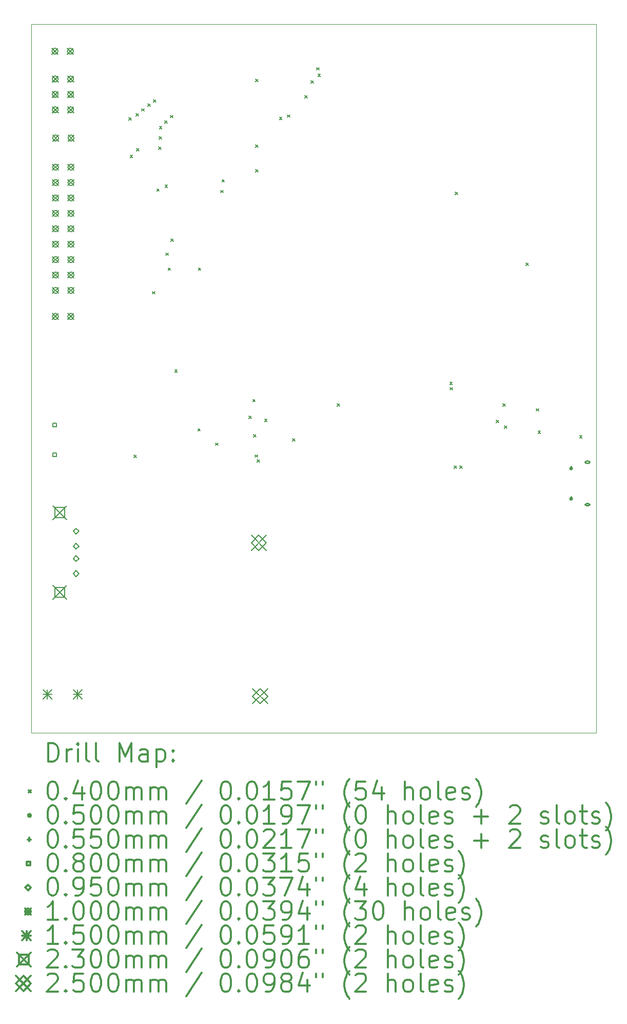
<source format=gbr>
%FSLAX45Y45*%
G04 Gerber Fmt 4.5, Leading zero omitted, Abs format (unit mm)*
G04 Created by KiCad (PCBNEW (5.1.10)-1) date 2022-07-03 20:17:23*
%MOMM*%
%LPD*%
G01*
G04 APERTURE LIST*
%TA.AperFunction,Profile*%
%ADD10C,0.050000*%
%TD*%
%ADD11C,0.200000*%
%ADD12C,0.300000*%
G04 APERTURE END LIST*
D10*
X13716000Y-3175000D02*
X13716000Y-14859000D01*
X13622000Y-3175000D02*
X13716000Y-3175000D01*
X4391000Y-14859000D02*
X4388000Y-3175000D01*
X4445000Y-14859000D02*
X4391000Y-14859000D01*
X13716000Y-14859000D02*
X4445000Y-14859000D01*
X4388000Y-3175000D02*
X13622000Y-3175000D01*
D11*
X6002000Y-4713000D02*
X6042000Y-4753000D01*
X6042000Y-4713000D02*
X6002000Y-4753000D01*
X6022000Y-5332000D02*
X6062000Y-5372000D01*
X6062000Y-5332000D02*
X6022000Y-5372000D01*
X6084000Y-10276000D02*
X6124000Y-10316000D01*
X6124000Y-10276000D02*
X6084000Y-10316000D01*
X6122000Y-4649000D02*
X6162000Y-4689000D01*
X6162000Y-4649000D02*
X6122000Y-4689000D01*
X6130000Y-5223000D02*
X6170000Y-5263000D01*
X6170000Y-5223000D02*
X6130000Y-5263000D01*
X6210000Y-4565000D02*
X6250000Y-4605000D01*
X6250000Y-4565000D02*
X6210000Y-4605000D01*
X6313000Y-4488000D02*
X6353000Y-4528000D01*
X6353000Y-4488000D02*
X6313000Y-4528000D01*
X6388500Y-7580500D02*
X6428500Y-7620500D01*
X6428500Y-7580500D02*
X6388500Y-7620500D01*
X6408000Y-4416000D02*
X6448000Y-4456000D01*
X6448000Y-4416000D02*
X6408000Y-4456000D01*
X6461000Y-5886000D02*
X6501000Y-5926000D01*
X6501000Y-5886000D02*
X6461000Y-5926000D01*
X6489000Y-5199000D02*
X6529000Y-5239000D01*
X6529000Y-5199000D02*
X6489000Y-5239000D01*
X6499000Y-5026000D02*
X6539000Y-5066000D01*
X6539000Y-5026000D02*
X6499000Y-5066000D01*
X6504000Y-4859000D02*
X6544000Y-4899000D01*
X6544000Y-4859000D02*
X6504000Y-4899000D01*
X6593000Y-4767000D02*
X6633000Y-4807000D01*
X6633000Y-4767000D02*
X6593000Y-4807000D01*
X6597000Y-5822000D02*
X6637000Y-5862000D01*
X6637000Y-5822000D02*
X6597000Y-5862000D01*
X6612000Y-6945000D02*
X6652000Y-6985000D01*
X6652000Y-6945000D02*
X6612000Y-6985000D01*
X6649000Y-7190000D02*
X6689000Y-7230000D01*
X6689000Y-7190000D02*
X6649000Y-7230000D01*
X6689000Y-4676000D02*
X6729000Y-4716000D01*
X6729000Y-4676000D02*
X6689000Y-4716000D01*
X6697000Y-6710000D02*
X6737000Y-6750000D01*
X6737000Y-6710000D02*
X6697000Y-6750000D01*
X6758000Y-8874000D02*
X6798000Y-8914000D01*
X6798000Y-8874000D02*
X6758000Y-8914000D01*
X7139000Y-9840000D02*
X7179000Y-9880000D01*
X7179000Y-9840000D02*
X7139000Y-9880000D01*
X7147000Y-7190000D02*
X7187000Y-7230000D01*
X7187000Y-7190000D02*
X7147000Y-7230000D01*
X7432500Y-10077500D02*
X7472500Y-10117500D01*
X7472500Y-10077500D02*
X7432500Y-10117500D01*
X7517000Y-5913000D02*
X7557000Y-5953000D01*
X7557000Y-5913000D02*
X7517000Y-5953000D01*
X7536000Y-5734000D02*
X7576000Y-5774000D01*
X7576000Y-5734000D02*
X7536000Y-5774000D01*
X7981000Y-9632000D02*
X8021000Y-9672000D01*
X8021000Y-9632000D02*
X7981000Y-9672000D01*
X8044000Y-9358000D02*
X8084000Y-9398000D01*
X8084000Y-9358000D02*
X8044000Y-9398000D01*
X8057200Y-9936800D02*
X8097200Y-9976800D01*
X8097200Y-9936800D02*
X8057200Y-9976800D01*
X8082600Y-10272080D02*
X8122600Y-10312080D01*
X8122600Y-10272080D02*
X8082600Y-10312080D01*
X8093000Y-5165000D02*
X8133000Y-5205000D01*
X8133000Y-5165000D02*
X8093000Y-5205000D01*
X8093000Y-5568000D02*
X8133000Y-5608000D01*
X8133000Y-5568000D02*
X8093000Y-5608000D01*
X8094000Y-4080000D02*
X8134000Y-4120000D01*
X8134000Y-4080000D02*
X8094000Y-4120000D01*
X8118160Y-10353360D02*
X8158160Y-10393360D01*
X8158160Y-10353360D02*
X8118160Y-10393360D01*
X8240000Y-9681000D02*
X8280000Y-9721000D01*
X8280000Y-9681000D02*
X8240000Y-9721000D01*
X8485000Y-4704000D02*
X8525000Y-4744000D01*
X8525000Y-4704000D02*
X8485000Y-4744000D01*
X8616000Y-4668000D02*
X8656000Y-4708000D01*
X8656000Y-4668000D02*
X8616000Y-4708000D01*
X8699000Y-10006000D02*
X8739000Y-10046000D01*
X8739000Y-10006000D02*
X8699000Y-10046000D01*
X8903000Y-4347000D02*
X8943000Y-4387000D01*
X8943000Y-4347000D02*
X8903000Y-4387000D01*
X9004282Y-4107500D02*
X9044282Y-4147500D01*
X9044282Y-4107500D02*
X9004282Y-4147500D01*
X9097000Y-3887500D02*
X9137000Y-3927500D01*
X9137000Y-3887500D02*
X9097000Y-3927500D01*
X9120500Y-3997500D02*
X9160500Y-4037500D01*
X9160500Y-3997500D02*
X9120500Y-4037500D01*
X9439000Y-9431000D02*
X9479000Y-9471000D01*
X9479000Y-9431000D02*
X9439000Y-9471000D01*
X11296000Y-9072000D02*
X11336000Y-9112000D01*
X11336000Y-9072000D02*
X11296000Y-9112000D01*
X11298000Y-9163000D02*
X11338000Y-9203000D01*
X11338000Y-9163000D02*
X11298000Y-9203000D01*
X11366000Y-10453000D02*
X11406000Y-10493000D01*
X11406000Y-10453000D02*
X11366000Y-10493000D01*
X11384600Y-5938840D02*
X11424600Y-5978840D01*
X11424600Y-5938840D02*
X11384600Y-5978840D01*
X11461000Y-10453000D02*
X11501000Y-10493000D01*
X11501000Y-10453000D02*
X11461000Y-10493000D01*
X12060000Y-9700000D02*
X12100000Y-9740000D01*
X12100000Y-9700000D02*
X12060000Y-9740000D01*
X12171000Y-9428000D02*
X12211000Y-9468000D01*
X12211000Y-9428000D02*
X12171000Y-9468000D01*
X12201000Y-9793000D02*
X12241000Y-9833000D01*
X12241000Y-9793000D02*
X12201000Y-9833000D01*
X12552880Y-7107120D02*
X12592880Y-7147120D01*
X12592880Y-7107120D02*
X12552880Y-7147120D01*
X12721500Y-9509500D02*
X12761500Y-9549500D01*
X12761500Y-9509500D02*
X12721500Y-9549500D01*
X12752500Y-9881500D02*
X12792500Y-9921500D01*
X12792500Y-9881500D02*
X12752500Y-9921500D01*
X13438000Y-9958000D02*
X13478000Y-9998000D01*
X13478000Y-9958000D02*
X13438000Y-9998000D01*
X13593400Y-10394200D02*
G75*
G03*
X13593400Y-10394200I-25000J0D01*
G01*
X13535900Y-10409200D02*
X13600900Y-10409200D01*
X13535900Y-10379200D02*
X13600900Y-10379200D01*
X13600900Y-10409200D02*
G75*
G03*
X13600900Y-10379200I0J15000D01*
G01*
X13535900Y-10379200D02*
G75*
G03*
X13535900Y-10409200I0J-15000D01*
G01*
X13593400Y-11094200D02*
G75*
G03*
X13593400Y-11094200I-25000J0D01*
G01*
X13535900Y-11109200D02*
X13600900Y-11109200D01*
X13535900Y-11079200D02*
X13600900Y-11079200D01*
X13600900Y-11109200D02*
G75*
G03*
X13600900Y-11079200I0J15000D01*
G01*
X13535900Y-11079200D02*
G75*
G03*
X13535900Y-11109200I0J-15000D01*
G01*
X13298400Y-10466700D02*
X13298400Y-10521700D01*
X13270900Y-10494200D02*
X13325900Y-10494200D01*
X13315900Y-10509200D02*
X13315900Y-10479200D01*
X13280900Y-10509200D02*
X13280900Y-10479200D01*
X13315900Y-10479200D02*
G75*
G03*
X13280900Y-10479200I-17500J0D01*
G01*
X13280900Y-10509200D02*
G75*
G03*
X13315900Y-10509200I17500J0D01*
G01*
X13298400Y-10966700D02*
X13298400Y-11021700D01*
X13270900Y-10994200D02*
X13325900Y-10994200D01*
X13315900Y-11009200D02*
X13315900Y-10979200D01*
X13280900Y-11009200D02*
X13280900Y-10979200D01*
X13315900Y-10979200D02*
G75*
G03*
X13280900Y-10979200I-17500J0D01*
G01*
X13280900Y-11009200D02*
G75*
G03*
X13315900Y-11009200I17500J0D01*
G01*
X4803485Y-9807285D02*
X4803485Y-9750716D01*
X4746916Y-9750716D01*
X4746916Y-9807285D01*
X4803485Y-9807285D01*
X4803485Y-10297285D02*
X4803485Y-10240716D01*
X4746916Y-10240716D01*
X4746916Y-10297285D01*
X4803485Y-10297285D01*
X5130800Y-11579100D02*
X5178300Y-11531600D01*
X5130800Y-11484100D01*
X5083300Y-11531600D01*
X5130800Y-11579100D01*
X5130800Y-11829100D02*
X5178300Y-11781600D01*
X5130800Y-11734100D01*
X5083300Y-11781600D01*
X5130800Y-11829100D01*
X5130800Y-12029100D02*
X5178300Y-11981600D01*
X5130800Y-11934100D01*
X5083300Y-11981600D01*
X5130800Y-12029100D01*
X5130800Y-12279100D02*
X5178300Y-12231600D01*
X5130800Y-12184100D01*
X5083300Y-12231600D01*
X5130800Y-12279100D01*
X4732000Y-3568000D02*
X4832000Y-3668000D01*
X4832000Y-3568000D02*
X4732000Y-3668000D01*
X4832000Y-3618000D02*
G75*
G03*
X4832000Y-3618000I-50000J0D01*
G01*
X4736000Y-4026000D02*
X4836000Y-4126000D01*
X4836000Y-4026000D02*
X4736000Y-4126000D01*
X4836000Y-4076000D02*
G75*
G03*
X4836000Y-4076000I-50000J0D01*
G01*
X4736000Y-4280000D02*
X4836000Y-4380000D01*
X4836000Y-4280000D02*
X4736000Y-4380000D01*
X4836000Y-4330000D02*
G75*
G03*
X4836000Y-4330000I-50000J0D01*
G01*
X4736000Y-4534000D02*
X4836000Y-4634000D01*
X4836000Y-4534000D02*
X4736000Y-4634000D01*
X4836000Y-4584000D02*
G75*
G03*
X4836000Y-4584000I-50000J0D01*
G01*
X4738000Y-7941000D02*
X4838000Y-8041000D01*
X4838000Y-7941000D02*
X4738000Y-8041000D01*
X4838000Y-7991000D02*
G75*
G03*
X4838000Y-7991000I-50000J0D01*
G01*
X4740000Y-5480000D02*
X4840000Y-5580000D01*
X4840000Y-5480000D02*
X4740000Y-5580000D01*
X4840000Y-5530000D02*
G75*
G03*
X4840000Y-5530000I-50000J0D01*
G01*
X4740000Y-5734000D02*
X4840000Y-5834000D01*
X4840000Y-5734000D02*
X4740000Y-5834000D01*
X4840000Y-5784000D02*
G75*
G03*
X4840000Y-5784000I-50000J0D01*
G01*
X4740000Y-5988000D02*
X4840000Y-6088000D01*
X4840000Y-5988000D02*
X4740000Y-6088000D01*
X4840000Y-6038000D02*
G75*
G03*
X4840000Y-6038000I-50000J0D01*
G01*
X4740000Y-6242000D02*
X4840000Y-6342000D01*
X4840000Y-6242000D02*
X4740000Y-6342000D01*
X4840000Y-6292000D02*
G75*
G03*
X4840000Y-6292000I-50000J0D01*
G01*
X4740000Y-6496000D02*
X4840000Y-6596000D01*
X4840000Y-6496000D02*
X4740000Y-6596000D01*
X4840000Y-6546000D02*
G75*
G03*
X4840000Y-6546000I-50000J0D01*
G01*
X4740000Y-6750000D02*
X4840000Y-6850000D01*
X4840000Y-6750000D02*
X4740000Y-6850000D01*
X4840000Y-6800000D02*
G75*
G03*
X4840000Y-6800000I-50000J0D01*
G01*
X4740000Y-7004000D02*
X4840000Y-7104000D01*
X4840000Y-7004000D02*
X4740000Y-7104000D01*
X4840000Y-7054000D02*
G75*
G03*
X4840000Y-7054000I-50000J0D01*
G01*
X4740000Y-7258000D02*
X4840000Y-7358000D01*
X4840000Y-7258000D02*
X4740000Y-7358000D01*
X4840000Y-7308000D02*
G75*
G03*
X4840000Y-7308000I-50000J0D01*
G01*
X4740000Y-7512000D02*
X4840000Y-7612000D01*
X4840000Y-7512000D02*
X4740000Y-7612000D01*
X4840000Y-7562000D02*
G75*
G03*
X4840000Y-7562000I-50000J0D01*
G01*
X4742000Y-4999000D02*
X4842000Y-5099000D01*
X4842000Y-4999000D02*
X4742000Y-5099000D01*
X4842000Y-5049000D02*
G75*
G03*
X4842000Y-5049000I-50000J0D01*
G01*
X4986000Y-3568000D02*
X5086000Y-3668000D01*
X5086000Y-3568000D02*
X4986000Y-3668000D01*
X5086000Y-3618000D02*
G75*
G03*
X5086000Y-3618000I-50000J0D01*
G01*
X4990000Y-4026000D02*
X5090000Y-4126000D01*
X5090000Y-4026000D02*
X4990000Y-4126000D01*
X5090000Y-4076000D02*
G75*
G03*
X5090000Y-4076000I-50000J0D01*
G01*
X4990000Y-4280000D02*
X5090000Y-4380000D01*
X5090000Y-4280000D02*
X4990000Y-4380000D01*
X5090000Y-4330000D02*
G75*
G03*
X5090000Y-4330000I-50000J0D01*
G01*
X4990000Y-4534000D02*
X5090000Y-4634000D01*
X5090000Y-4534000D02*
X4990000Y-4634000D01*
X5090000Y-4584000D02*
G75*
G03*
X5090000Y-4584000I-50000J0D01*
G01*
X4992000Y-7941000D02*
X5092000Y-8041000D01*
X5092000Y-7941000D02*
X4992000Y-8041000D01*
X5092000Y-7991000D02*
G75*
G03*
X5092000Y-7991000I-50000J0D01*
G01*
X4994000Y-5480000D02*
X5094000Y-5580000D01*
X5094000Y-5480000D02*
X4994000Y-5580000D01*
X5094000Y-5530000D02*
G75*
G03*
X5094000Y-5530000I-50000J0D01*
G01*
X4994000Y-5734000D02*
X5094000Y-5834000D01*
X5094000Y-5734000D02*
X4994000Y-5834000D01*
X5094000Y-5784000D02*
G75*
G03*
X5094000Y-5784000I-50000J0D01*
G01*
X4994000Y-5988000D02*
X5094000Y-6088000D01*
X5094000Y-5988000D02*
X4994000Y-6088000D01*
X5094000Y-6038000D02*
G75*
G03*
X5094000Y-6038000I-50000J0D01*
G01*
X4994000Y-6242000D02*
X5094000Y-6342000D01*
X5094000Y-6242000D02*
X4994000Y-6342000D01*
X5094000Y-6292000D02*
G75*
G03*
X5094000Y-6292000I-50000J0D01*
G01*
X4994000Y-6496000D02*
X5094000Y-6596000D01*
X5094000Y-6496000D02*
X4994000Y-6596000D01*
X5094000Y-6546000D02*
G75*
G03*
X5094000Y-6546000I-50000J0D01*
G01*
X4994000Y-6750000D02*
X5094000Y-6850000D01*
X5094000Y-6750000D02*
X4994000Y-6850000D01*
X5094000Y-6800000D02*
G75*
G03*
X5094000Y-6800000I-50000J0D01*
G01*
X4994000Y-7004000D02*
X5094000Y-7104000D01*
X5094000Y-7004000D02*
X4994000Y-7104000D01*
X5094000Y-7054000D02*
G75*
G03*
X5094000Y-7054000I-50000J0D01*
G01*
X4994000Y-7258000D02*
X5094000Y-7358000D01*
X5094000Y-7258000D02*
X4994000Y-7358000D01*
X5094000Y-7308000D02*
G75*
G03*
X5094000Y-7308000I-50000J0D01*
G01*
X4994000Y-7512000D02*
X5094000Y-7612000D01*
X5094000Y-7512000D02*
X4994000Y-7612000D01*
X5094000Y-7562000D02*
G75*
G03*
X5094000Y-7562000I-50000J0D01*
G01*
X4996000Y-4999000D02*
X5096000Y-5099000D01*
X5096000Y-4999000D02*
X4996000Y-5099000D01*
X5096000Y-5049000D02*
G75*
G03*
X5096000Y-5049000I-50000J0D01*
G01*
X4581200Y-14149000D02*
X4731200Y-14299000D01*
X4731200Y-14149000D02*
X4581200Y-14299000D01*
X4656200Y-14149000D02*
X4656200Y-14299000D01*
X4581200Y-14224000D02*
X4731200Y-14224000D01*
X5081200Y-14149000D02*
X5231200Y-14299000D01*
X5231200Y-14149000D02*
X5081200Y-14299000D01*
X5156200Y-14149000D02*
X5156200Y-14299000D01*
X5081200Y-14224000D02*
X5231200Y-14224000D01*
X4744800Y-11109600D02*
X4974800Y-11339600D01*
X4974800Y-11109600D02*
X4744800Y-11339600D01*
X4941118Y-11305918D02*
X4941118Y-11143282D01*
X4778482Y-11143282D01*
X4778482Y-11305918D01*
X4941118Y-11305918D01*
X4744800Y-12423600D02*
X4974800Y-12653600D01*
X4974800Y-12423600D02*
X4744800Y-12653600D01*
X4941118Y-12619918D02*
X4941118Y-12457282D01*
X4778482Y-12457282D01*
X4778482Y-12619918D01*
X4941118Y-12619918D01*
X8020272Y-11598624D02*
X8270272Y-11848624D01*
X8270272Y-11598624D02*
X8020272Y-11848624D01*
X8145272Y-11848624D02*
X8270272Y-11723624D01*
X8145272Y-11598624D01*
X8020272Y-11723624D01*
X8145272Y-11848624D01*
X8041862Y-14127194D02*
X8291862Y-14377194D01*
X8291862Y-14127194D02*
X8041862Y-14377194D01*
X8166862Y-14377194D02*
X8291862Y-14252194D01*
X8166862Y-14127194D01*
X8041862Y-14252194D01*
X8166862Y-14377194D01*
D12*
X4671928Y-15327214D02*
X4671928Y-15027214D01*
X4743357Y-15027214D01*
X4786214Y-15041500D01*
X4814786Y-15070071D01*
X4829071Y-15098643D01*
X4843357Y-15155786D01*
X4843357Y-15198643D01*
X4829071Y-15255786D01*
X4814786Y-15284357D01*
X4786214Y-15312929D01*
X4743357Y-15327214D01*
X4671928Y-15327214D01*
X4971928Y-15327214D02*
X4971928Y-15127214D01*
X4971928Y-15184357D02*
X4986214Y-15155786D01*
X5000500Y-15141500D01*
X5029071Y-15127214D01*
X5057643Y-15127214D01*
X5157643Y-15327214D02*
X5157643Y-15127214D01*
X5157643Y-15027214D02*
X5143357Y-15041500D01*
X5157643Y-15055786D01*
X5171928Y-15041500D01*
X5157643Y-15027214D01*
X5157643Y-15055786D01*
X5343357Y-15327214D02*
X5314786Y-15312929D01*
X5300500Y-15284357D01*
X5300500Y-15027214D01*
X5500500Y-15327214D02*
X5471928Y-15312929D01*
X5457643Y-15284357D01*
X5457643Y-15027214D01*
X5843357Y-15327214D02*
X5843357Y-15027214D01*
X5943357Y-15241500D01*
X6043357Y-15027214D01*
X6043357Y-15327214D01*
X6314786Y-15327214D02*
X6314786Y-15170071D01*
X6300500Y-15141500D01*
X6271928Y-15127214D01*
X6214786Y-15127214D01*
X6186214Y-15141500D01*
X6314786Y-15312929D02*
X6286214Y-15327214D01*
X6214786Y-15327214D01*
X6186214Y-15312929D01*
X6171928Y-15284357D01*
X6171928Y-15255786D01*
X6186214Y-15227214D01*
X6214786Y-15212929D01*
X6286214Y-15212929D01*
X6314786Y-15198643D01*
X6457643Y-15127214D02*
X6457643Y-15427214D01*
X6457643Y-15141500D02*
X6486214Y-15127214D01*
X6543357Y-15127214D01*
X6571928Y-15141500D01*
X6586214Y-15155786D01*
X6600500Y-15184357D01*
X6600500Y-15270071D01*
X6586214Y-15298643D01*
X6571928Y-15312929D01*
X6543357Y-15327214D01*
X6486214Y-15327214D01*
X6457643Y-15312929D01*
X6729071Y-15298643D02*
X6743357Y-15312929D01*
X6729071Y-15327214D01*
X6714786Y-15312929D01*
X6729071Y-15298643D01*
X6729071Y-15327214D01*
X6729071Y-15141500D02*
X6743357Y-15155786D01*
X6729071Y-15170071D01*
X6714786Y-15155786D01*
X6729071Y-15141500D01*
X6729071Y-15170071D01*
X4345500Y-15801500D02*
X4385500Y-15841500D01*
X4385500Y-15801500D02*
X4345500Y-15841500D01*
X4729071Y-15657214D02*
X4757643Y-15657214D01*
X4786214Y-15671500D01*
X4800500Y-15685786D01*
X4814786Y-15714357D01*
X4829071Y-15771500D01*
X4829071Y-15842929D01*
X4814786Y-15900071D01*
X4800500Y-15928643D01*
X4786214Y-15942929D01*
X4757643Y-15957214D01*
X4729071Y-15957214D01*
X4700500Y-15942929D01*
X4686214Y-15928643D01*
X4671928Y-15900071D01*
X4657643Y-15842929D01*
X4657643Y-15771500D01*
X4671928Y-15714357D01*
X4686214Y-15685786D01*
X4700500Y-15671500D01*
X4729071Y-15657214D01*
X4957643Y-15928643D02*
X4971928Y-15942929D01*
X4957643Y-15957214D01*
X4943357Y-15942929D01*
X4957643Y-15928643D01*
X4957643Y-15957214D01*
X5229071Y-15757214D02*
X5229071Y-15957214D01*
X5157643Y-15642929D02*
X5086214Y-15857214D01*
X5271928Y-15857214D01*
X5443357Y-15657214D02*
X5471928Y-15657214D01*
X5500500Y-15671500D01*
X5514786Y-15685786D01*
X5529071Y-15714357D01*
X5543357Y-15771500D01*
X5543357Y-15842929D01*
X5529071Y-15900071D01*
X5514786Y-15928643D01*
X5500500Y-15942929D01*
X5471928Y-15957214D01*
X5443357Y-15957214D01*
X5414786Y-15942929D01*
X5400500Y-15928643D01*
X5386214Y-15900071D01*
X5371928Y-15842929D01*
X5371928Y-15771500D01*
X5386214Y-15714357D01*
X5400500Y-15685786D01*
X5414786Y-15671500D01*
X5443357Y-15657214D01*
X5729071Y-15657214D02*
X5757643Y-15657214D01*
X5786214Y-15671500D01*
X5800500Y-15685786D01*
X5814786Y-15714357D01*
X5829071Y-15771500D01*
X5829071Y-15842929D01*
X5814786Y-15900071D01*
X5800500Y-15928643D01*
X5786214Y-15942929D01*
X5757643Y-15957214D01*
X5729071Y-15957214D01*
X5700500Y-15942929D01*
X5686214Y-15928643D01*
X5671928Y-15900071D01*
X5657643Y-15842929D01*
X5657643Y-15771500D01*
X5671928Y-15714357D01*
X5686214Y-15685786D01*
X5700500Y-15671500D01*
X5729071Y-15657214D01*
X5957643Y-15957214D02*
X5957643Y-15757214D01*
X5957643Y-15785786D02*
X5971928Y-15771500D01*
X6000500Y-15757214D01*
X6043357Y-15757214D01*
X6071928Y-15771500D01*
X6086214Y-15800071D01*
X6086214Y-15957214D01*
X6086214Y-15800071D02*
X6100500Y-15771500D01*
X6129071Y-15757214D01*
X6171928Y-15757214D01*
X6200500Y-15771500D01*
X6214786Y-15800071D01*
X6214786Y-15957214D01*
X6357643Y-15957214D02*
X6357643Y-15757214D01*
X6357643Y-15785786D02*
X6371928Y-15771500D01*
X6400500Y-15757214D01*
X6443357Y-15757214D01*
X6471928Y-15771500D01*
X6486214Y-15800071D01*
X6486214Y-15957214D01*
X6486214Y-15800071D02*
X6500500Y-15771500D01*
X6529071Y-15757214D01*
X6571928Y-15757214D01*
X6600500Y-15771500D01*
X6614786Y-15800071D01*
X6614786Y-15957214D01*
X7200500Y-15642929D02*
X6943357Y-16028643D01*
X7586214Y-15657214D02*
X7614786Y-15657214D01*
X7643357Y-15671500D01*
X7657643Y-15685786D01*
X7671928Y-15714357D01*
X7686214Y-15771500D01*
X7686214Y-15842929D01*
X7671928Y-15900071D01*
X7657643Y-15928643D01*
X7643357Y-15942929D01*
X7614786Y-15957214D01*
X7586214Y-15957214D01*
X7557643Y-15942929D01*
X7543357Y-15928643D01*
X7529071Y-15900071D01*
X7514786Y-15842929D01*
X7514786Y-15771500D01*
X7529071Y-15714357D01*
X7543357Y-15685786D01*
X7557643Y-15671500D01*
X7586214Y-15657214D01*
X7814786Y-15928643D02*
X7829071Y-15942929D01*
X7814786Y-15957214D01*
X7800500Y-15942929D01*
X7814786Y-15928643D01*
X7814786Y-15957214D01*
X8014786Y-15657214D02*
X8043357Y-15657214D01*
X8071928Y-15671500D01*
X8086214Y-15685786D01*
X8100500Y-15714357D01*
X8114786Y-15771500D01*
X8114786Y-15842929D01*
X8100500Y-15900071D01*
X8086214Y-15928643D01*
X8071928Y-15942929D01*
X8043357Y-15957214D01*
X8014786Y-15957214D01*
X7986214Y-15942929D01*
X7971928Y-15928643D01*
X7957643Y-15900071D01*
X7943357Y-15842929D01*
X7943357Y-15771500D01*
X7957643Y-15714357D01*
X7971928Y-15685786D01*
X7986214Y-15671500D01*
X8014786Y-15657214D01*
X8400500Y-15957214D02*
X8229071Y-15957214D01*
X8314786Y-15957214D02*
X8314786Y-15657214D01*
X8286214Y-15700071D01*
X8257643Y-15728643D01*
X8229071Y-15742929D01*
X8671928Y-15657214D02*
X8529071Y-15657214D01*
X8514786Y-15800071D01*
X8529071Y-15785786D01*
X8557643Y-15771500D01*
X8629071Y-15771500D01*
X8657643Y-15785786D01*
X8671928Y-15800071D01*
X8686214Y-15828643D01*
X8686214Y-15900071D01*
X8671928Y-15928643D01*
X8657643Y-15942929D01*
X8629071Y-15957214D01*
X8557643Y-15957214D01*
X8529071Y-15942929D01*
X8514786Y-15928643D01*
X8786214Y-15657214D02*
X8986214Y-15657214D01*
X8857643Y-15957214D01*
X9086214Y-15657214D02*
X9086214Y-15714357D01*
X9200500Y-15657214D02*
X9200500Y-15714357D01*
X9643357Y-16071500D02*
X9629071Y-16057214D01*
X9600500Y-16014357D01*
X9586214Y-15985786D01*
X9571928Y-15942929D01*
X9557643Y-15871500D01*
X9557643Y-15814357D01*
X9571928Y-15742929D01*
X9586214Y-15700071D01*
X9600500Y-15671500D01*
X9629071Y-15628643D01*
X9643357Y-15614357D01*
X9900500Y-15657214D02*
X9757643Y-15657214D01*
X9743357Y-15800071D01*
X9757643Y-15785786D01*
X9786214Y-15771500D01*
X9857643Y-15771500D01*
X9886214Y-15785786D01*
X9900500Y-15800071D01*
X9914786Y-15828643D01*
X9914786Y-15900071D01*
X9900500Y-15928643D01*
X9886214Y-15942929D01*
X9857643Y-15957214D01*
X9786214Y-15957214D01*
X9757643Y-15942929D01*
X9743357Y-15928643D01*
X10171928Y-15757214D02*
X10171928Y-15957214D01*
X10100500Y-15642929D02*
X10029071Y-15857214D01*
X10214786Y-15857214D01*
X10557643Y-15957214D02*
X10557643Y-15657214D01*
X10686214Y-15957214D02*
X10686214Y-15800071D01*
X10671928Y-15771500D01*
X10643357Y-15757214D01*
X10600500Y-15757214D01*
X10571928Y-15771500D01*
X10557643Y-15785786D01*
X10871928Y-15957214D02*
X10843357Y-15942929D01*
X10829071Y-15928643D01*
X10814786Y-15900071D01*
X10814786Y-15814357D01*
X10829071Y-15785786D01*
X10843357Y-15771500D01*
X10871928Y-15757214D01*
X10914786Y-15757214D01*
X10943357Y-15771500D01*
X10957643Y-15785786D01*
X10971928Y-15814357D01*
X10971928Y-15900071D01*
X10957643Y-15928643D01*
X10943357Y-15942929D01*
X10914786Y-15957214D01*
X10871928Y-15957214D01*
X11143357Y-15957214D02*
X11114786Y-15942929D01*
X11100500Y-15914357D01*
X11100500Y-15657214D01*
X11371928Y-15942929D02*
X11343357Y-15957214D01*
X11286214Y-15957214D01*
X11257643Y-15942929D01*
X11243357Y-15914357D01*
X11243357Y-15800071D01*
X11257643Y-15771500D01*
X11286214Y-15757214D01*
X11343357Y-15757214D01*
X11371928Y-15771500D01*
X11386214Y-15800071D01*
X11386214Y-15828643D01*
X11243357Y-15857214D01*
X11500500Y-15942929D02*
X11529071Y-15957214D01*
X11586214Y-15957214D01*
X11614786Y-15942929D01*
X11629071Y-15914357D01*
X11629071Y-15900071D01*
X11614786Y-15871500D01*
X11586214Y-15857214D01*
X11543357Y-15857214D01*
X11514786Y-15842929D01*
X11500500Y-15814357D01*
X11500500Y-15800071D01*
X11514786Y-15771500D01*
X11543357Y-15757214D01*
X11586214Y-15757214D01*
X11614786Y-15771500D01*
X11729071Y-16071500D02*
X11743357Y-16057214D01*
X11771928Y-16014357D01*
X11786214Y-15985786D01*
X11800500Y-15942929D01*
X11814786Y-15871500D01*
X11814786Y-15814357D01*
X11800500Y-15742929D01*
X11786214Y-15700071D01*
X11771928Y-15671500D01*
X11743357Y-15628643D01*
X11729071Y-15614357D01*
X4385500Y-16217500D02*
G75*
G03*
X4385500Y-16217500I-25000J0D01*
G01*
X4729071Y-16053214D02*
X4757643Y-16053214D01*
X4786214Y-16067500D01*
X4800500Y-16081786D01*
X4814786Y-16110357D01*
X4829071Y-16167500D01*
X4829071Y-16238929D01*
X4814786Y-16296071D01*
X4800500Y-16324643D01*
X4786214Y-16338929D01*
X4757643Y-16353214D01*
X4729071Y-16353214D01*
X4700500Y-16338929D01*
X4686214Y-16324643D01*
X4671928Y-16296071D01*
X4657643Y-16238929D01*
X4657643Y-16167500D01*
X4671928Y-16110357D01*
X4686214Y-16081786D01*
X4700500Y-16067500D01*
X4729071Y-16053214D01*
X4957643Y-16324643D02*
X4971928Y-16338929D01*
X4957643Y-16353214D01*
X4943357Y-16338929D01*
X4957643Y-16324643D01*
X4957643Y-16353214D01*
X5243357Y-16053214D02*
X5100500Y-16053214D01*
X5086214Y-16196071D01*
X5100500Y-16181786D01*
X5129071Y-16167500D01*
X5200500Y-16167500D01*
X5229071Y-16181786D01*
X5243357Y-16196071D01*
X5257643Y-16224643D01*
X5257643Y-16296071D01*
X5243357Y-16324643D01*
X5229071Y-16338929D01*
X5200500Y-16353214D01*
X5129071Y-16353214D01*
X5100500Y-16338929D01*
X5086214Y-16324643D01*
X5443357Y-16053214D02*
X5471928Y-16053214D01*
X5500500Y-16067500D01*
X5514786Y-16081786D01*
X5529071Y-16110357D01*
X5543357Y-16167500D01*
X5543357Y-16238929D01*
X5529071Y-16296071D01*
X5514786Y-16324643D01*
X5500500Y-16338929D01*
X5471928Y-16353214D01*
X5443357Y-16353214D01*
X5414786Y-16338929D01*
X5400500Y-16324643D01*
X5386214Y-16296071D01*
X5371928Y-16238929D01*
X5371928Y-16167500D01*
X5386214Y-16110357D01*
X5400500Y-16081786D01*
X5414786Y-16067500D01*
X5443357Y-16053214D01*
X5729071Y-16053214D02*
X5757643Y-16053214D01*
X5786214Y-16067500D01*
X5800500Y-16081786D01*
X5814786Y-16110357D01*
X5829071Y-16167500D01*
X5829071Y-16238929D01*
X5814786Y-16296071D01*
X5800500Y-16324643D01*
X5786214Y-16338929D01*
X5757643Y-16353214D01*
X5729071Y-16353214D01*
X5700500Y-16338929D01*
X5686214Y-16324643D01*
X5671928Y-16296071D01*
X5657643Y-16238929D01*
X5657643Y-16167500D01*
X5671928Y-16110357D01*
X5686214Y-16081786D01*
X5700500Y-16067500D01*
X5729071Y-16053214D01*
X5957643Y-16353214D02*
X5957643Y-16153214D01*
X5957643Y-16181786D02*
X5971928Y-16167500D01*
X6000500Y-16153214D01*
X6043357Y-16153214D01*
X6071928Y-16167500D01*
X6086214Y-16196071D01*
X6086214Y-16353214D01*
X6086214Y-16196071D02*
X6100500Y-16167500D01*
X6129071Y-16153214D01*
X6171928Y-16153214D01*
X6200500Y-16167500D01*
X6214786Y-16196071D01*
X6214786Y-16353214D01*
X6357643Y-16353214D02*
X6357643Y-16153214D01*
X6357643Y-16181786D02*
X6371928Y-16167500D01*
X6400500Y-16153214D01*
X6443357Y-16153214D01*
X6471928Y-16167500D01*
X6486214Y-16196071D01*
X6486214Y-16353214D01*
X6486214Y-16196071D02*
X6500500Y-16167500D01*
X6529071Y-16153214D01*
X6571928Y-16153214D01*
X6600500Y-16167500D01*
X6614786Y-16196071D01*
X6614786Y-16353214D01*
X7200500Y-16038929D02*
X6943357Y-16424643D01*
X7586214Y-16053214D02*
X7614786Y-16053214D01*
X7643357Y-16067500D01*
X7657643Y-16081786D01*
X7671928Y-16110357D01*
X7686214Y-16167500D01*
X7686214Y-16238929D01*
X7671928Y-16296071D01*
X7657643Y-16324643D01*
X7643357Y-16338929D01*
X7614786Y-16353214D01*
X7586214Y-16353214D01*
X7557643Y-16338929D01*
X7543357Y-16324643D01*
X7529071Y-16296071D01*
X7514786Y-16238929D01*
X7514786Y-16167500D01*
X7529071Y-16110357D01*
X7543357Y-16081786D01*
X7557643Y-16067500D01*
X7586214Y-16053214D01*
X7814786Y-16324643D02*
X7829071Y-16338929D01*
X7814786Y-16353214D01*
X7800500Y-16338929D01*
X7814786Y-16324643D01*
X7814786Y-16353214D01*
X8014786Y-16053214D02*
X8043357Y-16053214D01*
X8071928Y-16067500D01*
X8086214Y-16081786D01*
X8100500Y-16110357D01*
X8114786Y-16167500D01*
X8114786Y-16238929D01*
X8100500Y-16296071D01*
X8086214Y-16324643D01*
X8071928Y-16338929D01*
X8043357Y-16353214D01*
X8014786Y-16353214D01*
X7986214Y-16338929D01*
X7971928Y-16324643D01*
X7957643Y-16296071D01*
X7943357Y-16238929D01*
X7943357Y-16167500D01*
X7957643Y-16110357D01*
X7971928Y-16081786D01*
X7986214Y-16067500D01*
X8014786Y-16053214D01*
X8400500Y-16353214D02*
X8229071Y-16353214D01*
X8314786Y-16353214D02*
X8314786Y-16053214D01*
X8286214Y-16096071D01*
X8257643Y-16124643D01*
X8229071Y-16138929D01*
X8543357Y-16353214D02*
X8600500Y-16353214D01*
X8629071Y-16338929D01*
X8643357Y-16324643D01*
X8671928Y-16281786D01*
X8686214Y-16224643D01*
X8686214Y-16110357D01*
X8671928Y-16081786D01*
X8657643Y-16067500D01*
X8629071Y-16053214D01*
X8571928Y-16053214D01*
X8543357Y-16067500D01*
X8529071Y-16081786D01*
X8514786Y-16110357D01*
X8514786Y-16181786D01*
X8529071Y-16210357D01*
X8543357Y-16224643D01*
X8571928Y-16238929D01*
X8629071Y-16238929D01*
X8657643Y-16224643D01*
X8671928Y-16210357D01*
X8686214Y-16181786D01*
X8786214Y-16053214D02*
X8986214Y-16053214D01*
X8857643Y-16353214D01*
X9086214Y-16053214D02*
X9086214Y-16110357D01*
X9200500Y-16053214D02*
X9200500Y-16110357D01*
X9643357Y-16467500D02*
X9629071Y-16453214D01*
X9600500Y-16410357D01*
X9586214Y-16381786D01*
X9571928Y-16338929D01*
X9557643Y-16267500D01*
X9557643Y-16210357D01*
X9571928Y-16138929D01*
X9586214Y-16096071D01*
X9600500Y-16067500D01*
X9629071Y-16024643D01*
X9643357Y-16010357D01*
X9814786Y-16053214D02*
X9843357Y-16053214D01*
X9871928Y-16067500D01*
X9886214Y-16081786D01*
X9900500Y-16110357D01*
X9914786Y-16167500D01*
X9914786Y-16238929D01*
X9900500Y-16296071D01*
X9886214Y-16324643D01*
X9871928Y-16338929D01*
X9843357Y-16353214D01*
X9814786Y-16353214D01*
X9786214Y-16338929D01*
X9771928Y-16324643D01*
X9757643Y-16296071D01*
X9743357Y-16238929D01*
X9743357Y-16167500D01*
X9757643Y-16110357D01*
X9771928Y-16081786D01*
X9786214Y-16067500D01*
X9814786Y-16053214D01*
X10271928Y-16353214D02*
X10271928Y-16053214D01*
X10400500Y-16353214D02*
X10400500Y-16196071D01*
X10386214Y-16167500D01*
X10357643Y-16153214D01*
X10314786Y-16153214D01*
X10286214Y-16167500D01*
X10271928Y-16181786D01*
X10586214Y-16353214D02*
X10557643Y-16338929D01*
X10543357Y-16324643D01*
X10529071Y-16296071D01*
X10529071Y-16210357D01*
X10543357Y-16181786D01*
X10557643Y-16167500D01*
X10586214Y-16153214D01*
X10629071Y-16153214D01*
X10657643Y-16167500D01*
X10671928Y-16181786D01*
X10686214Y-16210357D01*
X10686214Y-16296071D01*
X10671928Y-16324643D01*
X10657643Y-16338929D01*
X10629071Y-16353214D01*
X10586214Y-16353214D01*
X10857643Y-16353214D02*
X10829071Y-16338929D01*
X10814786Y-16310357D01*
X10814786Y-16053214D01*
X11086214Y-16338929D02*
X11057643Y-16353214D01*
X11000500Y-16353214D01*
X10971928Y-16338929D01*
X10957643Y-16310357D01*
X10957643Y-16196071D01*
X10971928Y-16167500D01*
X11000500Y-16153214D01*
X11057643Y-16153214D01*
X11086214Y-16167500D01*
X11100500Y-16196071D01*
X11100500Y-16224643D01*
X10957643Y-16253214D01*
X11214786Y-16338929D02*
X11243357Y-16353214D01*
X11300500Y-16353214D01*
X11329071Y-16338929D01*
X11343357Y-16310357D01*
X11343357Y-16296071D01*
X11329071Y-16267500D01*
X11300500Y-16253214D01*
X11257643Y-16253214D01*
X11229071Y-16238929D01*
X11214786Y-16210357D01*
X11214786Y-16196071D01*
X11229071Y-16167500D01*
X11257643Y-16153214D01*
X11300500Y-16153214D01*
X11329071Y-16167500D01*
X11700500Y-16238929D02*
X11929071Y-16238929D01*
X11814786Y-16353214D02*
X11814786Y-16124643D01*
X12286214Y-16081786D02*
X12300500Y-16067500D01*
X12329071Y-16053214D01*
X12400500Y-16053214D01*
X12429071Y-16067500D01*
X12443357Y-16081786D01*
X12457643Y-16110357D01*
X12457643Y-16138929D01*
X12443357Y-16181786D01*
X12271928Y-16353214D01*
X12457643Y-16353214D01*
X12800500Y-16338929D02*
X12829071Y-16353214D01*
X12886214Y-16353214D01*
X12914786Y-16338929D01*
X12929071Y-16310357D01*
X12929071Y-16296071D01*
X12914786Y-16267500D01*
X12886214Y-16253214D01*
X12843357Y-16253214D01*
X12814786Y-16238929D01*
X12800500Y-16210357D01*
X12800500Y-16196071D01*
X12814786Y-16167500D01*
X12843357Y-16153214D01*
X12886214Y-16153214D01*
X12914786Y-16167500D01*
X13100500Y-16353214D02*
X13071928Y-16338929D01*
X13057643Y-16310357D01*
X13057643Y-16053214D01*
X13257643Y-16353214D02*
X13229071Y-16338929D01*
X13214786Y-16324643D01*
X13200500Y-16296071D01*
X13200500Y-16210357D01*
X13214786Y-16181786D01*
X13229071Y-16167500D01*
X13257643Y-16153214D01*
X13300500Y-16153214D01*
X13329071Y-16167500D01*
X13343357Y-16181786D01*
X13357643Y-16210357D01*
X13357643Y-16296071D01*
X13343357Y-16324643D01*
X13329071Y-16338929D01*
X13300500Y-16353214D01*
X13257643Y-16353214D01*
X13443357Y-16153214D02*
X13557643Y-16153214D01*
X13486214Y-16053214D02*
X13486214Y-16310357D01*
X13500500Y-16338929D01*
X13529071Y-16353214D01*
X13557643Y-16353214D01*
X13643357Y-16338929D02*
X13671928Y-16353214D01*
X13729071Y-16353214D01*
X13757643Y-16338929D01*
X13771928Y-16310357D01*
X13771928Y-16296071D01*
X13757643Y-16267500D01*
X13729071Y-16253214D01*
X13686214Y-16253214D01*
X13657643Y-16238929D01*
X13643357Y-16210357D01*
X13643357Y-16196071D01*
X13657643Y-16167500D01*
X13686214Y-16153214D01*
X13729071Y-16153214D01*
X13757643Y-16167500D01*
X13871928Y-16467500D02*
X13886214Y-16453214D01*
X13914786Y-16410357D01*
X13929071Y-16381786D01*
X13943357Y-16338929D01*
X13957643Y-16267500D01*
X13957643Y-16210357D01*
X13943357Y-16138929D01*
X13929071Y-16096071D01*
X13914786Y-16067500D01*
X13886214Y-16024643D01*
X13871928Y-16010357D01*
X4358000Y-16586000D02*
X4358000Y-16641000D01*
X4330500Y-16613500D02*
X4385500Y-16613500D01*
X4729071Y-16449214D02*
X4757643Y-16449214D01*
X4786214Y-16463500D01*
X4800500Y-16477786D01*
X4814786Y-16506357D01*
X4829071Y-16563500D01*
X4829071Y-16634929D01*
X4814786Y-16692071D01*
X4800500Y-16720643D01*
X4786214Y-16734929D01*
X4757643Y-16749214D01*
X4729071Y-16749214D01*
X4700500Y-16734929D01*
X4686214Y-16720643D01*
X4671928Y-16692071D01*
X4657643Y-16634929D01*
X4657643Y-16563500D01*
X4671928Y-16506357D01*
X4686214Y-16477786D01*
X4700500Y-16463500D01*
X4729071Y-16449214D01*
X4957643Y-16720643D02*
X4971928Y-16734929D01*
X4957643Y-16749214D01*
X4943357Y-16734929D01*
X4957643Y-16720643D01*
X4957643Y-16749214D01*
X5243357Y-16449214D02*
X5100500Y-16449214D01*
X5086214Y-16592071D01*
X5100500Y-16577786D01*
X5129071Y-16563500D01*
X5200500Y-16563500D01*
X5229071Y-16577786D01*
X5243357Y-16592071D01*
X5257643Y-16620643D01*
X5257643Y-16692071D01*
X5243357Y-16720643D01*
X5229071Y-16734929D01*
X5200500Y-16749214D01*
X5129071Y-16749214D01*
X5100500Y-16734929D01*
X5086214Y-16720643D01*
X5529071Y-16449214D02*
X5386214Y-16449214D01*
X5371928Y-16592071D01*
X5386214Y-16577786D01*
X5414786Y-16563500D01*
X5486214Y-16563500D01*
X5514786Y-16577786D01*
X5529071Y-16592071D01*
X5543357Y-16620643D01*
X5543357Y-16692071D01*
X5529071Y-16720643D01*
X5514786Y-16734929D01*
X5486214Y-16749214D01*
X5414786Y-16749214D01*
X5386214Y-16734929D01*
X5371928Y-16720643D01*
X5729071Y-16449214D02*
X5757643Y-16449214D01*
X5786214Y-16463500D01*
X5800500Y-16477786D01*
X5814786Y-16506357D01*
X5829071Y-16563500D01*
X5829071Y-16634929D01*
X5814786Y-16692071D01*
X5800500Y-16720643D01*
X5786214Y-16734929D01*
X5757643Y-16749214D01*
X5729071Y-16749214D01*
X5700500Y-16734929D01*
X5686214Y-16720643D01*
X5671928Y-16692071D01*
X5657643Y-16634929D01*
X5657643Y-16563500D01*
X5671928Y-16506357D01*
X5686214Y-16477786D01*
X5700500Y-16463500D01*
X5729071Y-16449214D01*
X5957643Y-16749214D02*
X5957643Y-16549214D01*
X5957643Y-16577786D02*
X5971928Y-16563500D01*
X6000500Y-16549214D01*
X6043357Y-16549214D01*
X6071928Y-16563500D01*
X6086214Y-16592071D01*
X6086214Y-16749214D01*
X6086214Y-16592071D02*
X6100500Y-16563500D01*
X6129071Y-16549214D01*
X6171928Y-16549214D01*
X6200500Y-16563500D01*
X6214786Y-16592071D01*
X6214786Y-16749214D01*
X6357643Y-16749214D02*
X6357643Y-16549214D01*
X6357643Y-16577786D02*
X6371928Y-16563500D01*
X6400500Y-16549214D01*
X6443357Y-16549214D01*
X6471928Y-16563500D01*
X6486214Y-16592071D01*
X6486214Y-16749214D01*
X6486214Y-16592071D02*
X6500500Y-16563500D01*
X6529071Y-16549214D01*
X6571928Y-16549214D01*
X6600500Y-16563500D01*
X6614786Y-16592071D01*
X6614786Y-16749214D01*
X7200500Y-16434929D02*
X6943357Y-16820643D01*
X7586214Y-16449214D02*
X7614786Y-16449214D01*
X7643357Y-16463500D01*
X7657643Y-16477786D01*
X7671928Y-16506357D01*
X7686214Y-16563500D01*
X7686214Y-16634929D01*
X7671928Y-16692071D01*
X7657643Y-16720643D01*
X7643357Y-16734929D01*
X7614786Y-16749214D01*
X7586214Y-16749214D01*
X7557643Y-16734929D01*
X7543357Y-16720643D01*
X7529071Y-16692071D01*
X7514786Y-16634929D01*
X7514786Y-16563500D01*
X7529071Y-16506357D01*
X7543357Y-16477786D01*
X7557643Y-16463500D01*
X7586214Y-16449214D01*
X7814786Y-16720643D02*
X7829071Y-16734929D01*
X7814786Y-16749214D01*
X7800500Y-16734929D01*
X7814786Y-16720643D01*
X7814786Y-16749214D01*
X8014786Y-16449214D02*
X8043357Y-16449214D01*
X8071928Y-16463500D01*
X8086214Y-16477786D01*
X8100500Y-16506357D01*
X8114786Y-16563500D01*
X8114786Y-16634929D01*
X8100500Y-16692071D01*
X8086214Y-16720643D01*
X8071928Y-16734929D01*
X8043357Y-16749214D01*
X8014786Y-16749214D01*
X7986214Y-16734929D01*
X7971928Y-16720643D01*
X7957643Y-16692071D01*
X7943357Y-16634929D01*
X7943357Y-16563500D01*
X7957643Y-16506357D01*
X7971928Y-16477786D01*
X7986214Y-16463500D01*
X8014786Y-16449214D01*
X8229071Y-16477786D02*
X8243357Y-16463500D01*
X8271928Y-16449214D01*
X8343357Y-16449214D01*
X8371928Y-16463500D01*
X8386214Y-16477786D01*
X8400500Y-16506357D01*
X8400500Y-16534929D01*
X8386214Y-16577786D01*
X8214786Y-16749214D01*
X8400500Y-16749214D01*
X8686214Y-16749214D02*
X8514786Y-16749214D01*
X8600500Y-16749214D02*
X8600500Y-16449214D01*
X8571928Y-16492071D01*
X8543357Y-16520643D01*
X8514786Y-16534929D01*
X8786214Y-16449214D02*
X8986214Y-16449214D01*
X8857643Y-16749214D01*
X9086214Y-16449214D02*
X9086214Y-16506357D01*
X9200500Y-16449214D02*
X9200500Y-16506357D01*
X9643357Y-16863500D02*
X9629071Y-16849214D01*
X9600500Y-16806357D01*
X9586214Y-16777786D01*
X9571928Y-16734929D01*
X9557643Y-16663500D01*
X9557643Y-16606357D01*
X9571928Y-16534929D01*
X9586214Y-16492071D01*
X9600500Y-16463500D01*
X9629071Y-16420643D01*
X9643357Y-16406357D01*
X9814786Y-16449214D02*
X9843357Y-16449214D01*
X9871928Y-16463500D01*
X9886214Y-16477786D01*
X9900500Y-16506357D01*
X9914786Y-16563500D01*
X9914786Y-16634929D01*
X9900500Y-16692071D01*
X9886214Y-16720643D01*
X9871928Y-16734929D01*
X9843357Y-16749214D01*
X9814786Y-16749214D01*
X9786214Y-16734929D01*
X9771928Y-16720643D01*
X9757643Y-16692071D01*
X9743357Y-16634929D01*
X9743357Y-16563500D01*
X9757643Y-16506357D01*
X9771928Y-16477786D01*
X9786214Y-16463500D01*
X9814786Y-16449214D01*
X10271928Y-16749214D02*
X10271928Y-16449214D01*
X10400500Y-16749214D02*
X10400500Y-16592071D01*
X10386214Y-16563500D01*
X10357643Y-16549214D01*
X10314786Y-16549214D01*
X10286214Y-16563500D01*
X10271928Y-16577786D01*
X10586214Y-16749214D02*
X10557643Y-16734929D01*
X10543357Y-16720643D01*
X10529071Y-16692071D01*
X10529071Y-16606357D01*
X10543357Y-16577786D01*
X10557643Y-16563500D01*
X10586214Y-16549214D01*
X10629071Y-16549214D01*
X10657643Y-16563500D01*
X10671928Y-16577786D01*
X10686214Y-16606357D01*
X10686214Y-16692071D01*
X10671928Y-16720643D01*
X10657643Y-16734929D01*
X10629071Y-16749214D01*
X10586214Y-16749214D01*
X10857643Y-16749214D02*
X10829071Y-16734929D01*
X10814786Y-16706357D01*
X10814786Y-16449214D01*
X11086214Y-16734929D02*
X11057643Y-16749214D01*
X11000500Y-16749214D01*
X10971928Y-16734929D01*
X10957643Y-16706357D01*
X10957643Y-16592071D01*
X10971928Y-16563500D01*
X11000500Y-16549214D01*
X11057643Y-16549214D01*
X11086214Y-16563500D01*
X11100500Y-16592071D01*
X11100500Y-16620643D01*
X10957643Y-16649214D01*
X11214786Y-16734929D02*
X11243357Y-16749214D01*
X11300500Y-16749214D01*
X11329071Y-16734929D01*
X11343357Y-16706357D01*
X11343357Y-16692071D01*
X11329071Y-16663500D01*
X11300500Y-16649214D01*
X11257643Y-16649214D01*
X11229071Y-16634929D01*
X11214786Y-16606357D01*
X11214786Y-16592071D01*
X11229071Y-16563500D01*
X11257643Y-16549214D01*
X11300500Y-16549214D01*
X11329071Y-16563500D01*
X11700500Y-16634929D02*
X11929071Y-16634929D01*
X11814786Y-16749214D02*
X11814786Y-16520643D01*
X12286214Y-16477786D02*
X12300500Y-16463500D01*
X12329071Y-16449214D01*
X12400500Y-16449214D01*
X12429071Y-16463500D01*
X12443357Y-16477786D01*
X12457643Y-16506357D01*
X12457643Y-16534929D01*
X12443357Y-16577786D01*
X12271928Y-16749214D01*
X12457643Y-16749214D01*
X12800500Y-16734929D02*
X12829071Y-16749214D01*
X12886214Y-16749214D01*
X12914786Y-16734929D01*
X12929071Y-16706357D01*
X12929071Y-16692071D01*
X12914786Y-16663500D01*
X12886214Y-16649214D01*
X12843357Y-16649214D01*
X12814786Y-16634929D01*
X12800500Y-16606357D01*
X12800500Y-16592071D01*
X12814786Y-16563500D01*
X12843357Y-16549214D01*
X12886214Y-16549214D01*
X12914786Y-16563500D01*
X13100500Y-16749214D02*
X13071928Y-16734929D01*
X13057643Y-16706357D01*
X13057643Y-16449214D01*
X13257643Y-16749214D02*
X13229071Y-16734929D01*
X13214786Y-16720643D01*
X13200500Y-16692071D01*
X13200500Y-16606357D01*
X13214786Y-16577786D01*
X13229071Y-16563500D01*
X13257643Y-16549214D01*
X13300500Y-16549214D01*
X13329071Y-16563500D01*
X13343357Y-16577786D01*
X13357643Y-16606357D01*
X13357643Y-16692071D01*
X13343357Y-16720643D01*
X13329071Y-16734929D01*
X13300500Y-16749214D01*
X13257643Y-16749214D01*
X13443357Y-16549214D02*
X13557643Y-16549214D01*
X13486214Y-16449214D02*
X13486214Y-16706357D01*
X13500500Y-16734929D01*
X13529071Y-16749214D01*
X13557643Y-16749214D01*
X13643357Y-16734929D02*
X13671928Y-16749214D01*
X13729071Y-16749214D01*
X13757643Y-16734929D01*
X13771928Y-16706357D01*
X13771928Y-16692071D01*
X13757643Y-16663500D01*
X13729071Y-16649214D01*
X13686214Y-16649214D01*
X13657643Y-16634929D01*
X13643357Y-16606357D01*
X13643357Y-16592071D01*
X13657643Y-16563500D01*
X13686214Y-16549214D01*
X13729071Y-16549214D01*
X13757643Y-16563500D01*
X13871928Y-16863500D02*
X13886214Y-16849214D01*
X13914786Y-16806357D01*
X13929071Y-16777786D01*
X13943357Y-16734929D01*
X13957643Y-16663500D01*
X13957643Y-16606357D01*
X13943357Y-16534929D01*
X13929071Y-16492071D01*
X13914786Y-16463500D01*
X13886214Y-16420643D01*
X13871928Y-16406357D01*
X4373784Y-17037785D02*
X4373784Y-16981216D01*
X4317215Y-16981216D01*
X4317215Y-17037785D01*
X4373784Y-17037785D01*
X4729071Y-16845214D02*
X4757643Y-16845214D01*
X4786214Y-16859500D01*
X4800500Y-16873786D01*
X4814786Y-16902357D01*
X4829071Y-16959500D01*
X4829071Y-17030929D01*
X4814786Y-17088072D01*
X4800500Y-17116643D01*
X4786214Y-17130929D01*
X4757643Y-17145214D01*
X4729071Y-17145214D01*
X4700500Y-17130929D01*
X4686214Y-17116643D01*
X4671928Y-17088072D01*
X4657643Y-17030929D01*
X4657643Y-16959500D01*
X4671928Y-16902357D01*
X4686214Y-16873786D01*
X4700500Y-16859500D01*
X4729071Y-16845214D01*
X4957643Y-17116643D02*
X4971928Y-17130929D01*
X4957643Y-17145214D01*
X4943357Y-17130929D01*
X4957643Y-17116643D01*
X4957643Y-17145214D01*
X5143357Y-16973786D02*
X5114786Y-16959500D01*
X5100500Y-16945214D01*
X5086214Y-16916643D01*
X5086214Y-16902357D01*
X5100500Y-16873786D01*
X5114786Y-16859500D01*
X5143357Y-16845214D01*
X5200500Y-16845214D01*
X5229071Y-16859500D01*
X5243357Y-16873786D01*
X5257643Y-16902357D01*
X5257643Y-16916643D01*
X5243357Y-16945214D01*
X5229071Y-16959500D01*
X5200500Y-16973786D01*
X5143357Y-16973786D01*
X5114786Y-16988072D01*
X5100500Y-17002357D01*
X5086214Y-17030929D01*
X5086214Y-17088072D01*
X5100500Y-17116643D01*
X5114786Y-17130929D01*
X5143357Y-17145214D01*
X5200500Y-17145214D01*
X5229071Y-17130929D01*
X5243357Y-17116643D01*
X5257643Y-17088072D01*
X5257643Y-17030929D01*
X5243357Y-17002357D01*
X5229071Y-16988072D01*
X5200500Y-16973786D01*
X5443357Y-16845214D02*
X5471928Y-16845214D01*
X5500500Y-16859500D01*
X5514786Y-16873786D01*
X5529071Y-16902357D01*
X5543357Y-16959500D01*
X5543357Y-17030929D01*
X5529071Y-17088072D01*
X5514786Y-17116643D01*
X5500500Y-17130929D01*
X5471928Y-17145214D01*
X5443357Y-17145214D01*
X5414786Y-17130929D01*
X5400500Y-17116643D01*
X5386214Y-17088072D01*
X5371928Y-17030929D01*
X5371928Y-16959500D01*
X5386214Y-16902357D01*
X5400500Y-16873786D01*
X5414786Y-16859500D01*
X5443357Y-16845214D01*
X5729071Y-16845214D02*
X5757643Y-16845214D01*
X5786214Y-16859500D01*
X5800500Y-16873786D01*
X5814786Y-16902357D01*
X5829071Y-16959500D01*
X5829071Y-17030929D01*
X5814786Y-17088072D01*
X5800500Y-17116643D01*
X5786214Y-17130929D01*
X5757643Y-17145214D01*
X5729071Y-17145214D01*
X5700500Y-17130929D01*
X5686214Y-17116643D01*
X5671928Y-17088072D01*
X5657643Y-17030929D01*
X5657643Y-16959500D01*
X5671928Y-16902357D01*
X5686214Y-16873786D01*
X5700500Y-16859500D01*
X5729071Y-16845214D01*
X5957643Y-17145214D02*
X5957643Y-16945214D01*
X5957643Y-16973786D02*
X5971928Y-16959500D01*
X6000500Y-16945214D01*
X6043357Y-16945214D01*
X6071928Y-16959500D01*
X6086214Y-16988072D01*
X6086214Y-17145214D01*
X6086214Y-16988072D02*
X6100500Y-16959500D01*
X6129071Y-16945214D01*
X6171928Y-16945214D01*
X6200500Y-16959500D01*
X6214786Y-16988072D01*
X6214786Y-17145214D01*
X6357643Y-17145214D02*
X6357643Y-16945214D01*
X6357643Y-16973786D02*
X6371928Y-16959500D01*
X6400500Y-16945214D01*
X6443357Y-16945214D01*
X6471928Y-16959500D01*
X6486214Y-16988072D01*
X6486214Y-17145214D01*
X6486214Y-16988072D02*
X6500500Y-16959500D01*
X6529071Y-16945214D01*
X6571928Y-16945214D01*
X6600500Y-16959500D01*
X6614786Y-16988072D01*
X6614786Y-17145214D01*
X7200500Y-16830929D02*
X6943357Y-17216643D01*
X7586214Y-16845214D02*
X7614786Y-16845214D01*
X7643357Y-16859500D01*
X7657643Y-16873786D01*
X7671928Y-16902357D01*
X7686214Y-16959500D01*
X7686214Y-17030929D01*
X7671928Y-17088072D01*
X7657643Y-17116643D01*
X7643357Y-17130929D01*
X7614786Y-17145214D01*
X7586214Y-17145214D01*
X7557643Y-17130929D01*
X7543357Y-17116643D01*
X7529071Y-17088072D01*
X7514786Y-17030929D01*
X7514786Y-16959500D01*
X7529071Y-16902357D01*
X7543357Y-16873786D01*
X7557643Y-16859500D01*
X7586214Y-16845214D01*
X7814786Y-17116643D02*
X7829071Y-17130929D01*
X7814786Y-17145214D01*
X7800500Y-17130929D01*
X7814786Y-17116643D01*
X7814786Y-17145214D01*
X8014786Y-16845214D02*
X8043357Y-16845214D01*
X8071928Y-16859500D01*
X8086214Y-16873786D01*
X8100500Y-16902357D01*
X8114786Y-16959500D01*
X8114786Y-17030929D01*
X8100500Y-17088072D01*
X8086214Y-17116643D01*
X8071928Y-17130929D01*
X8043357Y-17145214D01*
X8014786Y-17145214D01*
X7986214Y-17130929D01*
X7971928Y-17116643D01*
X7957643Y-17088072D01*
X7943357Y-17030929D01*
X7943357Y-16959500D01*
X7957643Y-16902357D01*
X7971928Y-16873786D01*
X7986214Y-16859500D01*
X8014786Y-16845214D01*
X8214786Y-16845214D02*
X8400500Y-16845214D01*
X8300500Y-16959500D01*
X8343357Y-16959500D01*
X8371928Y-16973786D01*
X8386214Y-16988072D01*
X8400500Y-17016643D01*
X8400500Y-17088072D01*
X8386214Y-17116643D01*
X8371928Y-17130929D01*
X8343357Y-17145214D01*
X8257643Y-17145214D01*
X8229071Y-17130929D01*
X8214786Y-17116643D01*
X8686214Y-17145214D02*
X8514786Y-17145214D01*
X8600500Y-17145214D02*
X8600500Y-16845214D01*
X8571928Y-16888072D01*
X8543357Y-16916643D01*
X8514786Y-16930929D01*
X8957643Y-16845214D02*
X8814786Y-16845214D01*
X8800500Y-16988072D01*
X8814786Y-16973786D01*
X8843357Y-16959500D01*
X8914786Y-16959500D01*
X8943357Y-16973786D01*
X8957643Y-16988072D01*
X8971928Y-17016643D01*
X8971928Y-17088072D01*
X8957643Y-17116643D01*
X8943357Y-17130929D01*
X8914786Y-17145214D01*
X8843357Y-17145214D01*
X8814786Y-17130929D01*
X8800500Y-17116643D01*
X9086214Y-16845214D02*
X9086214Y-16902357D01*
X9200500Y-16845214D02*
X9200500Y-16902357D01*
X9643357Y-17259500D02*
X9629071Y-17245214D01*
X9600500Y-17202357D01*
X9586214Y-17173786D01*
X9571928Y-17130929D01*
X9557643Y-17059500D01*
X9557643Y-17002357D01*
X9571928Y-16930929D01*
X9586214Y-16888072D01*
X9600500Y-16859500D01*
X9629071Y-16816643D01*
X9643357Y-16802357D01*
X9743357Y-16873786D02*
X9757643Y-16859500D01*
X9786214Y-16845214D01*
X9857643Y-16845214D01*
X9886214Y-16859500D01*
X9900500Y-16873786D01*
X9914786Y-16902357D01*
X9914786Y-16930929D01*
X9900500Y-16973786D01*
X9729071Y-17145214D01*
X9914786Y-17145214D01*
X10271928Y-17145214D02*
X10271928Y-16845214D01*
X10400500Y-17145214D02*
X10400500Y-16988072D01*
X10386214Y-16959500D01*
X10357643Y-16945214D01*
X10314786Y-16945214D01*
X10286214Y-16959500D01*
X10271928Y-16973786D01*
X10586214Y-17145214D02*
X10557643Y-17130929D01*
X10543357Y-17116643D01*
X10529071Y-17088072D01*
X10529071Y-17002357D01*
X10543357Y-16973786D01*
X10557643Y-16959500D01*
X10586214Y-16945214D01*
X10629071Y-16945214D01*
X10657643Y-16959500D01*
X10671928Y-16973786D01*
X10686214Y-17002357D01*
X10686214Y-17088072D01*
X10671928Y-17116643D01*
X10657643Y-17130929D01*
X10629071Y-17145214D01*
X10586214Y-17145214D01*
X10857643Y-17145214D02*
X10829071Y-17130929D01*
X10814786Y-17102357D01*
X10814786Y-16845214D01*
X11086214Y-17130929D02*
X11057643Y-17145214D01*
X11000500Y-17145214D01*
X10971928Y-17130929D01*
X10957643Y-17102357D01*
X10957643Y-16988072D01*
X10971928Y-16959500D01*
X11000500Y-16945214D01*
X11057643Y-16945214D01*
X11086214Y-16959500D01*
X11100500Y-16988072D01*
X11100500Y-17016643D01*
X10957643Y-17045214D01*
X11214786Y-17130929D02*
X11243357Y-17145214D01*
X11300500Y-17145214D01*
X11329071Y-17130929D01*
X11343357Y-17102357D01*
X11343357Y-17088072D01*
X11329071Y-17059500D01*
X11300500Y-17045214D01*
X11257643Y-17045214D01*
X11229071Y-17030929D01*
X11214786Y-17002357D01*
X11214786Y-16988072D01*
X11229071Y-16959500D01*
X11257643Y-16945214D01*
X11300500Y-16945214D01*
X11329071Y-16959500D01*
X11443357Y-17259500D02*
X11457643Y-17245214D01*
X11486214Y-17202357D01*
X11500500Y-17173786D01*
X11514786Y-17130929D01*
X11529071Y-17059500D01*
X11529071Y-17002357D01*
X11514786Y-16930929D01*
X11500500Y-16888072D01*
X11486214Y-16859500D01*
X11457643Y-16816643D01*
X11443357Y-16802357D01*
X4338000Y-17453000D02*
X4385500Y-17405500D01*
X4338000Y-17358000D01*
X4290500Y-17405500D01*
X4338000Y-17453000D01*
X4729071Y-17241214D02*
X4757643Y-17241214D01*
X4786214Y-17255500D01*
X4800500Y-17269786D01*
X4814786Y-17298357D01*
X4829071Y-17355500D01*
X4829071Y-17426929D01*
X4814786Y-17484072D01*
X4800500Y-17512643D01*
X4786214Y-17526929D01*
X4757643Y-17541214D01*
X4729071Y-17541214D01*
X4700500Y-17526929D01*
X4686214Y-17512643D01*
X4671928Y-17484072D01*
X4657643Y-17426929D01*
X4657643Y-17355500D01*
X4671928Y-17298357D01*
X4686214Y-17269786D01*
X4700500Y-17255500D01*
X4729071Y-17241214D01*
X4957643Y-17512643D02*
X4971928Y-17526929D01*
X4957643Y-17541214D01*
X4943357Y-17526929D01*
X4957643Y-17512643D01*
X4957643Y-17541214D01*
X5114786Y-17541214D02*
X5171928Y-17541214D01*
X5200500Y-17526929D01*
X5214786Y-17512643D01*
X5243357Y-17469786D01*
X5257643Y-17412643D01*
X5257643Y-17298357D01*
X5243357Y-17269786D01*
X5229071Y-17255500D01*
X5200500Y-17241214D01*
X5143357Y-17241214D01*
X5114786Y-17255500D01*
X5100500Y-17269786D01*
X5086214Y-17298357D01*
X5086214Y-17369786D01*
X5100500Y-17398357D01*
X5114786Y-17412643D01*
X5143357Y-17426929D01*
X5200500Y-17426929D01*
X5229071Y-17412643D01*
X5243357Y-17398357D01*
X5257643Y-17369786D01*
X5529071Y-17241214D02*
X5386214Y-17241214D01*
X5371928Y-17384072D01*
X5386214Y-17369786D01*
X5414786Y-17355500D01*
X5486214Y-17355500D01*
X5514786Y-17369786D01*
X5529071Y-17384072D01*
X5543357Y-17412643D01*
X5543357Y-17484072D01*
X5529071Y-17512643D01*
X5514786Y-17526929D01*
X5486214Y-17541214D01*
X5414786Y-17541214D01*
X5386214Y-17526929D01*
X5371928Y-17512643D01*
X5729071Y-17241214D02*
X5757643Y-17241214D01*
X5786214Y-17255500D01*
X5800500Y-17269786D01*
X5814786Y-17298357D01*
X5829071Y-17355500D01*
X5829071Y-17426929D01*
X5814786Y-17484072D01*
X5800500Y-17512643D01*
X5786214Y-17526929D01*
X5757643Y-17541214D01*
X5729071Y-17541214D01*
X5700500Y-17526929D01*
X5686214Y-17512643D01*
X5671928Y-17484072D01*
X5657643Y-17426929D01*
X5657643Y-17355500D01*
X5671928Y-17298357D01*
X5686214Y-17269786D01*
X5700500Y-17255500D01*
X5729071Y-17241214D01*
X5957643Y-17541214D02*
X5957643Y-17341214D01*
X5957643Y-17369786D02*
X5971928Y-17355500D01*
X6000500Y-17341214D01*
X6043357Y-17341214D01*
X6071928Y-17355500D01*
X6086214Y-17384072D01*
X6086214Y-17541214D01*
X6086214Y-17384072D02*
X6100500Y-17355500D01*
X6129071Y-17341214D01*
X6171928Y-17341214D01*
X6200500Y-17355500D01*
X6214786Y-17384072D01*
X6214786Y-17541214D01*
X6357643Y-17541214D02*
X6357643Y-17341214D01*
X6357643Y-17369786D02*
X6371928Y-17355500D01*
X6400500Y-17341214D01*
X6443357Y-17341214D01*
X6471928Y-17355500D01*
X6486214Y-17384072D01*
X6486214Y-17541214D01*
X6486214Y-17384072D02*
X6500500Y-17355500D01*
X6529071Y-17341214D01*
X6571928Y-17341214D01*
X6600500Y-17355500D01*
X6614786Y-17384072D01*
X6614786Y-17541214D01*
X7200500Y-17226929D02*
X6943357Y-17612643D01*
X7586214Y-17241214D02*
X7614786Y-17241214D01*
X7643357Y-17255500D01*
X7657643Y-17269786D01*
X7671928Y-17298357D01*
X7686214Y-17355500D01*
X7686214Y-17426929D01*
X7671928Y-17484072D01*
X7657643Y-17512643D01*
X7643357Y-17526929D01*
X7614786Y-17541214D01*
X7586214Y-17541214D01*
X7557643Y-17526929D01*
X7543357Y-17512643D01*
X7529071Y-17484072D01*
X7514786Y-17426929D01*
X7514786Y-17355500D01*
X7529071Y-17298357D01*
X7543357Y-17269786D01*
X7557643Y-17255500D01*
X7586214Y-17241214D01*
X7814786Y-17512643D02*
X7829071Y-17526929D01*
X7814786Y-17541214D01*
X7800500Y-17526929D01*
X7814786Y-17512643D01*
X7814786Y-17541214D01*
X8014786Y-17241214D02*
X8043357Y-17241214D01*
X8071928Y-17255500D01*
X8086214Y-17269786D01*
X8100500Y-17298357D01*
X8114786Y-17355500D01*
X8114786Y-17426929D01*
X8100500Y-17484072D01*
X8086214Y-17512643D01*
X8071928Y-17526929D01*
X8043357Y-17541214D01*
X8014786Y-17541214D01*
X7986214Y-17526929D01*
X7971928Y-17512643D01*
X7957643Y-17484072D01*
X7943357Y-17426929D01*
X7943357Y-17355500D01*
X7957643Y-17298357D01*
X7971928Y-17269786D01*
X7986214Y-17255500D01*
X8014786Y-17241214D01*
X8214786Y-17241214D02*
X8400500Y-17241214D01*
X8300500Y-17355500D01*
X8343357Y-17355500D01*
X8371928Y-17369786D01*
X8386214Y-17384072D01*
X8400500Y-17412643D01*
X8400500Y-17484072D01*
X8386214Y-17512643D01*
X8371928Y-17526929D01*
X8343357Y-17541214D01*
X8257643Y-17541214D01*
X8229071Y-17526929D01*
X8214786Y-17512643D01*
X8500500Y-17241214D02*
X8700500Y-17241214D01*
X8571928Y-17541214D01*
X8943357Y-17341214D02*
X8943357Y-17541214D01*
X8871928Y-17226929D02*
X8800500Y-17441214D01*
X8986214Y-17441214D01*
X9086214Y-17241214D02*
X9086214Y-17298357D01*
X9200500Y-17241214D02*
X9200500Y-17298357D01*
X9643357Y-17655500D02*
X9629071Y-17641214D01*
X9600500Y-17598357D01*
X9586214Y-17569786D01*
X9571928Y-17526929D01*
X9557643Y-17455500D01*
X9557643Y-17398357D01*
X9571928Y-17326929D01*
X9586214Y-17284072D01*
X9600500Y-17255500D01*
X9629071Y-17212643D01*
X9643357Y-17198357D01*
X9886214Y-17341214D02*
X9886214Y-17541214D01*
X9814786Y-17226929D02*
X9743357Y-17441214D01*
X9929071Y-17441214D01*
X10271928Y-17541214D02*
X10271928Y-17241214D01*
X10400500Y-17541214D02*
X10400500Y-17384072D01*
X10386214Y-17355500D01*
X10357643Y-17341214D01*
X10314786Y-17341214D01*
X10286214Y-17355500D01*
X10271928Y-17369786D01*
X10586214Y-17541214D02*
X10557643Y-17526929D01*
X10543357Y-17512643D01*
X10529071Y-17484072D01*
X10529071Y-17398357D01*
X10543357Y-17369786D01*
X10557643Y-17355500D01*
X10586214Y-17341214D01*
X10629071Y-17341214D01*
X10657643Y-17355500D01*
X10671928Y-17369786D01*
X10686214Y-17398357D01*
X10686214Y-17484072D01*
X10671928Y-17512643D01*
X10657643Y-17526929D01*
X10629071Y-17541214D01*
X10586214Y-17541214D01*
X10857643Y-17541214D02*
X10829071Y-17526929D01*
X10814786Y-17498357D01*
X10814786Y-17241214D01*
X11086214Y-17526929D02*
X11057643Y-17541214D01*
X11000500Y-17541214D01*
X10971928Y-17526929D01*
X10957643Y-17498357D01*
X10957643Y-17384072D01*
X10971928Y-17355500D01*
X11000500Y-17341214D01*
X11057643Y-17341214D01*
X11086214Y-17355500D01*
X11100500Y-17384072D01*
X11100500Y-17412643D01*
X10957643Y-17441214D01*
X11214786Y-17526929D02*
X11243357Y-17541214D01*
X11300500Y-17541214D01*
X11329071Y-17526929D01*
X11343357Y-17498357D01*
X11343357Y-17484072D01*
X11329071Y-17455500D01*
X11300500Y-17441214D01*
X11257643Y-17441214D01*
X11229071Y-17426929D01*
X11214786Y-17398357D01*
X11214786Y-17384072D01*
X11229071Y-17355500D01*
X11257643Y-17341214D01*
X11300500Y-17341214D01*
X11329071Y-17355500D01*
X11443357Y-17655500D02*
X11457643Y-17641214D01*
X11486214Y-17598357D01*
X11500500Y-17569786D01*
X11514786Y-17526929D01*
X11529071Y-17455500D01*
X11529071Y-17398357D01*
X11514786Y-17326929D01*
X11500500Y-17284072D01*
X11486214Y-17255500D01*
X11457643Y-17212643D01*
X11443357Y-17198357D01*
X4285500Y-17751500D02*
X4385500Y-17851500D01*
X4385500Y-17751500D02*
X4285500Y-17851500D01*
X4385500Y-17801500D02*
G75*
G03*
X4385500Y-17801500I-50000J0D01*
G01*
X4829071Y-17937214D02*
X4657643Y-17937214D01*
X4743357Y-17937214D02*
X4743357Y-17637214D01*
X4714786Y-17680072D01*
X4686214Y-17708643D01*
X4657643Y-17722929D01*
X4957643Y-17908643D02*
X4971928Y-17922929D01*
X4957643Y-17937214D01*
X4943357Y-17922929D01*
X4957643Y-17908643D01*
X4957643Y-17937214D01*
X5157643Y-17637214D02*
X5186214Y-17637214D01*
X5214786Y-17651500D01*
X5229071Y-17665786D01*
X5243357Y-17694357D01*
X5257643Y-17751500D01*
X5257643Y-17822929D01*
X5243357Y-17880072D01*
X5229071Y-17908643D01*
X5214786Y-17922929D01*
X5186214Y-17937214D01*
X5157643Y-17937214D01*
X5129071Y-17922929D01*
X5114786Y-17908643D01*
X5100500Y-17880072D01*
X5086214Y-17822929D01*
X5086214Y-17751500D01*
X5100500Y-17694357D01*
X5114786Y-17665786D01*
X5129071Y-17651500D01*
X5157643Y-17637214D01*
X5443357Y-17637214D02*
X5471928Y-17637214D01*
X5500500Y-17651500D01*
X5514786Y-17665786D01*
X5529071Y-17694357D01*
X5543357Y-17751500D01*
X5543357Y-17822929D01*
X5529071Y-17880072D01*
X5514786Y-17908643D01*
X5500500Y-17922929D01*
X5471928Y-17937214D01*
X5443357Y-17937214D01*
X5414786Y-17922929D01*
X5400500Y-17908643D01*
X5386214Y-17880072D01*
X5371928Y-17822929D01*
X5371928Y-17751500D01*
X5386214Y-17694357D01*
X5400500Y-17665786D01*
X5414786Y-17651500D01*
X5443357Y-17637214D01*
X5729071Y-17637214D02*
X5757643Y-17637214D01*
X5786214Y-17651500D01*
X5800500Y-17665786D01*
X5814786Y-17694357D01*
X5829071Y-17751500D01*
X5829071Y-17822929D01*
X5814786Y-17880072D01*
X5800500Y-17908643D01*
X5786214Y-17922929D01*
X5757643Y-17937214D01*
X5729071Y-17937214D01*
X5700500Y-17922929D01*
X5686214Y-17908643D01*
X5671928Y-17880072D01*
X5657643Y-17822929D01*
X5657643Y-17751500D01*
X5671928Y-17694357D01*
X5686214Y-17665786D01*
X5700500Y-17651500D01*
X5729071Y-17637214D01*
X5957643Y-17937214D02*
X5957643Y-17737214D01*
X5957643Y-17765786D02*
X5971928Y-17751500D01*
X6000500Y-17737214D01*
X6043357Y-17737214D01*
X6071928Y-17751500D01*
X6086214Y-17780072D01*
X6086214Y-17937214D01*
X6086214Y-17780072D02*
X6100500Y-17751500D01*
X6129071Y-17737214D01*
X6171928Y-17737214D01*
X6200500Y-17751500D01*
X6214786Y-17780072D01*
X6214786Y-17937214D01*
X6357643Y-17937214D02*
X6357643Y-17737214D01*
X6357643Y-17765786D02*
X6371928Y-17751500D01*
X6400500Y-17737214D01*
X6443357Y-17737214D01*
X6471928Y-17751500D01*
X6486214Y-17780072D01*
X6486214Y-17937214D01*
X6486214Y-17780072D02*
X6500500Y-17751500D01*
X6529071Y-17737214D01*
X6571928Y-17737214D01*
X6600500Y-17751500D01*
X6614786Y-17780072D01*
X6614786Y-17937214D01*
X7200500Y-17622929D02*
X6943357Y-18008643D01*
X7586214Y-17637214D02*
X7614786Y-17637214D01*
X7643357Y-17651500D01*
X7657643Y-17665786D01*
X7671928Y-17694357D01*
X7686214Y-17751500D01*
X7686214Y-17822929D01*
X7671928Y-17880072D01*
X7657643Y-17908643D01*
X7643357Y-17922929D01*
X7614786Y-17937214D01*
X7586214Y-17937214D01*
X7557643Y-17922929D01*
X7543357Y-17908643D01*
X7529071Y-17880072D01*
X7514786Y-17822929D01*
X7514786Y-17751500D01*
X7529071Y-17694357D01*
X7543357Y-17665786D01*
X7557643Y-17651500D01*
X7586214Y-17637214D01*
X7814786Y-17908643D02*
X7829071Y-17922929D01*
X7814786Y-17937214D01*
X7800500Y-17922929D01*
X7814786Y-17908643D01*
X7814786Y-17937214D01*
X8014786Y-17637214D02*
X8043357Y-17637214D01*
X8071928Y-17651500D01*
X8086214Y-17665786D01*
X8100500Y-17694357D01*
X8114786Y-17751500D01*
X8114786Y-17822929D01*
X8100500Y-17880072D01*
X8086214Y-17908643D01*
X8071928Y-17922929D01*
X8043357Y-17937214D01*
X8014786Y-17937214D01*
X7986214Y-17922929D01*
X7971928Y-17908643D01*
X7957643Y-17880072D01*
X7943357Y-17822929D01*
X7943357Y-17751500D01*
X7957643Y-17694357D01*
X7971928Y-17665786D01*
X7986214Y-17651500D01*
X8014786Y-17637214D01*
X8214786Y-17637214D02*
X8400500Y-17637214D01*
X8300500Y-17751500D01*
X8343357Y-17751500D01*
X8371928Y-17765786D01*
X8386214Y-17780072D01*
X8400500Y-17808643D01*
X8400500Y-17880072D01*
X8386214Y-17908643D01*
X8371928Y-17922929D01*
X8343357Y-17937214D01*
X8257643Y-17937214D01*
X8229071Y-17922929D01*
X8214786Y-17908643D01*
X8543357Y-17937214D02*
X8600500Y-17937214D01*
X8629071Y-17922929D01*
X8643357Y-17908643D01*
X8671928Y-17865786D01*
X8686214Y-17808643D01*
X8686214Y-17694357D01*
X8671928Y-17665786D01*
X8657643Y-17651500D01*
X8629071Y-17637214D01*
X8571928Y-17637214D01*
X8543357Y-17651500D01*
X8529071Y-17665786D01*
X8514786Y-17694357D01*
X8514786Y-17765786D01*
X8529071Y-17794357D01*
X8543357Y-17808643D01*
X8571928Y-17822929D01*
X8629071Y-17822929D01*
X8657643Y-17808643D01*
X8671928Y-17794357D01*
X8686214Y-17765786D01*
X8943357Y-17737214D02*
X8943357Y-17937214D01*
X8871928Y-17622929D02*
X8800500Y-17837214D01*
X8986214Y-17837214D01*
X9086214Y-17637214D02*
X9086214Y-17694357D01*
X9200500Y-17637214D02*
X9200500Y-17694357D01*
X9643357Y-18051500D02*
X9629071Y-18037214D01*
X9600500Y-17994357D01*
X9586214Y-17965786D01*
X9571928Y-17922929D01*
X9557643Y-17851500D01*
X9557643Y-17794357D01*
X9571928Y-17722929D01*
X9586214Y-17680072D01*
X9600500Y-17651500D01*
X9629071Y-17608643D01*
X9643357Y-17594357D01*
X9729071Y-17637214D02*
X9914786Y-17637214D01*
X9814786Y-17751500D01*
X9857643Y-17751500D01*
X9886214Y-17765786D01*
X9900500Y-17780072D01*
X9914786Y-17808643D01*
X9914786Y-17880072D01*
X9900500Y-17908643D01*
X9886214Y-17922929D01*
X9857643Y-17937214D01*
X9771928Y-17937214D01*
X9743357Y-17922929D01*
X9729071Y-17908643D01*
X10100500Y-17637214D02*
X10129071Y-17637214D01*
X10157643Y-17651500D01*
X10171928Y-17665786D01*
X10186214Y-17694357D01*
X10200500Y-17751500D01*
X10200500Y-17822929D01*
X10186214Y-17880072D01*
X10171928Y-17908643D01*
X10157643Y-17922929D01*
X10129071Y-17937214D01*
X10100500Y-17937214D01*
X10071928Y-17922929D01*
X10057643Y-17908643D01*
X10043357Y-17880072D01*
X10029071Y-17822929D01*
X10029071Y-17751500D01*
X10043357Y-17694357D01*
X10057643Y-17665786D01*
X10071928Y-17651500D01*
X10100500Y-17637214D01*
X10557643Y-17937214D02*
X10557643Y-17637214D01*
X10686214Y-17937214D02*
X10686214Y-17780072D01*
X10671928Y-17751500D01*
X10643357Y-17737214D01*
X10600500Y-17737214D01*
X10571928Y-17751500D01*
X10557643Y-17765786D01*
X10871928Y-17937214D02*
X10843357Y-17922929D01*
X10829071Y-17908643D01*
X10814786Y-17880072D01*
X10814786Y-17794357D01*
X10829071Y-17765786D01*
X10843357Y-17751500D01*
X10871928Y-17737214D01*
X10914786Y-17737214D01*
X10943357Y-17751500D01*
X10957643Y-17765786D01*
X10971928Y-17794357D01*
X10971928Y-17880072D01*
X10957643Y-17908643D01*
X10943357Y-17922929D01*
X10914786Y-17937214D01*
X10871928Y-17937214D01*
X11143357Y-17937214D02*
X11114786Y-17922929D01*
X11100500Y-17894357D01*
X11100500Y-17637214D01*
X11371928Y-17922929D02*
X11343357Y-17937214D01*
X11286214Y-17937214D01*
X11257643Y-17922929D01*
X11243357Y-17894357D01*
X11243357Y-17780072D01*
X11257643Y-17751500D01*
X11286214Y-17737214D01*
X11343357Y-17737214D01*
X11371928Y-17751500D01*
X11386214Y-17780072D01*
X11386214Y-17808643D01*
X11243357Y-17837214D01*
X11500500Y-17922929D02*
X11529071Y-17937214D01*
X11586214Y-17937214D01*
X11614786Y-17922929D01*
X11629071Y-17894357D01*
X11629071Y-17880072D01*
X11614786Y-17851500D01*
X11586214Y-17837214D01*
X11543357Y-17837214D01*
X11514786Y-17822929D01*
X11500500Y-17794357D01*
X11500500Y-17780072D01*
X11514786Y-17751500D01*
X11543357Y-17737214D01*
X11586214Y-17737214D01*
X11614786Y-17751500D01*
X11729071Y-18051500D02*
X11743357Y-18037214D01*
X11771928Y-17994357D01*
X11786214Y-17965786D01*
X11800500Y-17922929D01*
X11814786Y-17851500D01*
X11814786Y-17794357D01*
X11800500Y-17722929D01*
X11786214Y-17680072D01*
X11771928Y-17651500D01*
X11743357Y-17608643D01*
X11729071Y-17594357D01*
X4235500Y-18122500D02*
X4385500Y-18272500D01*
X4385500Y-18122500D02*
X4235500Y-18272500D01*
X4310500Y-18122500D02*
X4310500Y-18272500D01*
X4235500Y-18197500D02*
X4385500Y-18197500D01*
X4829071Y-18333214D02*
X4657643Y-18333214D01*
X4743357Y-18333214D02*
X4743357Y-18033214D01*
X4714786Y-18076072D01*
X4686214Y-18104643D01*
X4657643Y-18118929D01*
X4957643Y-18304643D02*
X4971928Y-18318929D01*
X4957643Y-18333214D01*
X4943357Y-18318929D01*
X4957643Y-18304643D01*
X4957643Y-18333214D01*
X5243357Y-18033214D02*
X5100500Y-18033214D01*
X5086214Y-18176072D01*
X5100500Y-18161786D01*
X5129071Y-18147500D01*
X5200500Y-18147500D01*
X5229071Y-18161786D01*
X5243357Y-18176072D01*
X5257643Y-18204643D01*
X5257643Y-18276072D01*
X5243357Y-18304643D01*
X5229071Y-18318929D01*
X5200500Y-18333214D01*
X5129071Y-18333214D01*
X5100500Y-18318929D01*
X5086214Y-18304643D01*
X5443357Y-18033214D02*
X5471928Y-18033214D01*
X5500500Y-18047500D01*
X5514786Y-18061786D01*
X5529071Y-18090357D01*
X5543357Y-18147500D01*
X5543357Y-18218929D01*
X5529071Y-18276072D01*
X5514786Y-18304643D01*
X5500500Y-18318929D01*
X5471928Y-18333214D01*
X5443357Y-18333214D01*
X5414786Y-18318929D01*
X5400500Y-18304643D01*
X5386214Y-18276072D01*
X5371928Y-18218929D01*
X5371928Y-18147500D01*
X5386214Y-18090357D01*
X5400500Y-18061786D01*
X5414786Y-18047500D01*
X5443357Y-18033214D01*
X5729071Y-18033214D02*
X5757643Y-18033214D01*
X5786214Y-18047500D01*
X5800500Y-18061786D01*
X5814786Y-18090357D01*
X5829071Y-18147500D01*
X5829071Y-18218929D01*
X5814786Y-18276072D01*
X5800500Y-18304643D01*
X5786214Y-18318929D01*
X5757643Y-18333214D01*
X5729071Y-18333214D01*
X5700500Y-18318929D01*
X5686214Y-18304643D01*
X5671928Y-18276072D01*
X5657643Y-18218929D01*
X5657643Y-18147500D01*
X5671928Y-18090357D01*
X5686214Y-18061786D01*
X5700500Y-18047500D01*
X5729071Y-18033214D01*
X5957643Y-18333214D02*
X5957643Y-18133214D01*
X5957643Y-18161786D02*
X5971928Y-18147500D01*
X6000500Y-18133214D01*
X6043357Y-18133214D01*
X6071928Y-18147500D01*
X6086214Y-18176072D01*
X6086214Y-18333214D01*
X6086214Y-18176072D02*
X6100500Y-18147500D01*
X6129071Y-18133214D01*
X6171928Y-18133214D01*
X6200500Y-18147500D01*
X6214786Y-18176072D01*
X6214786Y-18333214D01*
X6357643Y-18333214D02*
X6357643Y-18133214D01*
X6357643Y-18161786D02*
X6371928Y-18147500D01*
X6400500Y-18133214D01*
X6443357Y-18133214D01*
X6471928Y-18147500D01*
X6486214Y-18176072D01*
X6486214Y-18333214D01*
X6486214Y-18176072D02*
X6500500Y-18147500D01*
X6529071Y-18133214D01*
X6571928Y-18133214D01*
X6600500Y-18147500D01*
X6614786Y-18176072D01*
X6614786Y-18333214D01*
X7200500Y-18018929D02*
X6943357Y-18404643D01*
X7586214Y-18033214D02*
X7614786Y-18033214D01*
X7643357Y-18047500D01*
X7657643Y-18061786D01*
X7671928Y-18090357D01*
X7686214Y-18147500D01*
X7686214Y-18218929D01*
X7671928Y-18276072D01*
X7657643Y-18304643D01*
X7643357Y-18318929D01*
X7614786Y-18333214D01*
X7586214Y-18333214D01*
X7557643Y-18318929D01*
X7543357Y-18304643D01*
X7529071Y-18276072D01*
X7514786Y-18218929D01*
X7514786Y-18147500D01*
X7529071Y-18090357D01*
X7543357Y-18061786D01*
X7557643Y-18047500D01*
X7586214Y-18033214D01*
X7814786Y-18304643D02*
X7829071Y-18318929D01*
X7814786Y-18333214D01*
X7800500Y-18318929D01*
X7814786Y-18304643D01*
X7814786Y-18333214D01*
X8014786Y-18033214D02*
X8043357Y-18033214D01*
X8071928Y-18047500D01*
X8086214Y-18061786D01*
X8100500Y-18090357D01*
X8114786Y-18147500D01*
X8114786Y-18218929D01*
X8100500Y-18276072D01*
X8086214Y-18304643D01*
X8071928Y-18318929D01*
X8043357Y-18333214D01*
X8014786Y-18333214D01*
X7986214Y-18318929D01*
X7971928Y-18304643D01*
X7957643Y-18276072D01*
X7943357Y-18218929D01*
X7943357Y-18147500D01*
X7957643Y-18090357D01*
X7971928Y-18061786D01*
X7986214Y-18047500D01*
X8014786Y-18033214D01*
X8386214Y-18033214D02*
X8243357Y-18033214D01*
X8229071Y-18176072D01*
X8243357Y-18161786D01*
X8271928Y-18147500D01*
X8343357Y-18147500D01*
X8371928Y-18161786D01*
X8386214Y-18176072D01*
X8400500Y-18204643D01*
X8400500Y-18276072D01*
X8386214Y-18304643D01*
X8371928Y-18318929D01*
X8343357Y-18333214D01*
X8271928Y-18333214D01*
X8243357Y-18318929D01*
X8229071Y-18304643D01*
X8543357Y-18333214D02*
X8600500Y-18333214D01*
X8629071Y-18318929D01*
X8643357Y-18304643D01*
X8671928Y-18261786D01*
X8686214Y-18204643D01*
X8686214Y-18090357D01*
X8671928Y-18061786D01*
X8657643Y-18047500D01*
X8629071Y-18033214D01*
X8571928Y-18033214D01*
X8543357Y-18047500D01*
X8529071Y-18061786D01*
X8514786Y-18090357D01*
X8514786Y-18161786D01*
X8529071Y-18190357D01*
X8543357Y-18204643D01*
X8571928Y-18218929D01*
X8629071Y-18218929D01*
X8657643Y-18204643D01*
X8671928Y-18190357D01*
X8686214Y-18161786D01*
X8971928Y-18333214D02*
X8800500Y-18333214D01*
X8886214Y-18333214D02*
X8886214Y-18033214D01*
X8857643Y-18076072D01*
X8829071Y-18104643D01*
X8800500Y-18118929D01*
X9086214Y-18033214D02*
X9086214Y-18090357D01*
X9200500Y-18033214D02*
X9200500Y-18090357D01*
X9643357Y-18447500D02*
X9629071Y-18433214D01*
X9600500Y-18390357D01*
X9586214Y-18361786D01*
X9571928Y-18318929D01*
X9557643Y-18247500D01*
X9557643Y-18190357D01*
X9571928Y-18118929D01*
X9586214Y-18076072D01*
X9600500Y-18047500D01*
X9629071Y-18004643D01*
X9643357Y-17990357D01*
X9743357Y-18061786D02*
X9757643Y-18047500D01*
X9786214Y-18033214D01*
X9857643Y-18033214D01*
X9886214Y-18047500D01*
X9900500Y-18061786D01*
X9914786Y-18090357D01*
X9914786Y-18118929D01*
X9900500Y-18161786D01*
X9729071Y-18333214D01*
X9914786Y-18333214D01*
X10271928Y-18333214D02*
X10271928Y-18033214D01*
X10400500Y-18333214D02*
X10400500Y-18176072D01*
X10386214Y-18147500D01*
X10357643Y-18133214D01*
X10314786Y-18133214D01*
X10286214Y-18147500D01*
X10271928Y-18161786D01*
X10586214Y-18333214D02*
X10557643Y-18318929D01*
X10543357Y-18304643D01*
X10529071Y-18276072D01*
X10529071Y-18190357D01*
X10543357Y-18161786D01*
X10557643Y-18147500D01*
X10586214Y-18133214D01*
X10629071Y-18133214D01*
X10657643Y-18147500D01*
X10671928Y-18161786D01*
X10686214Y-18190357D01*
X10686214Y-18276072D01*
X10671928Y-18304643D01*
X10657643Y-18318929D01*
X10629071Y-18333214D01*
X10586214Y-18333214D01*
X10857643Y-18333214D02*
X10829071Y-18318929D01*
X10814786Y-18290357D01*
X10814786Y-18033214D01*
X11086214Y-18318929D02*
X11057643Y-18333214D01*
X11000500Y-18333214D01*
X10971928Y-18318929D01*
X10957643Y-18290357D01*
X10957643Y-18176072D01*
X10971928Y-18147500D01*
X11000500Y-18133214D01*
X11057643Y-18133214D01*
X11086214Y-18147500D01*
X11100500Y-18176072D01*
X11100500Y-18204643D01*
X10957643Y-18233214D01*
X11214786Y-18318929D02*
X11243357Y-18333214D01*
X11300500Y-18333214D01*
X11329071Y-18318929D01*
X11343357Y-18290357D01*
X11343357Y-18276072D01*
X11329071Y-18247500D01*
X11300500Y-18233214D01*
X11257643Y-18233214D01*
X11229071Y-18218929D01*
X11214786Y-18190357D01*
X11214786Y-18176072D01*
X11229071Y-18147500D01*
X11257643Y-18133214D01*
X11300500Y-18133214D01*
X11329071Y-18147500D01*
X11443357Y-18447500D02*
X11457643Y-18433214D01*
X11486214Y-18390357D01*
X11500500Y-18361786D01*
X11514786Y-18318929D01*
X11529071Y-18247500D01*
X11529071Y-18190357D01*
X11514786Y-18118929D01*
X11500500Y-18076072D01*
X11486214Y-18047500D01*
X11457643Y-18004643D01*
X11443357Y-17990357D01*
X4155500Y-18478500D02*
X4385500Y-18708500D01*
X4385500Y-18478500D02*
X4155500Y-18708500D01*
X4351818Y-18674818D02*
X4351818Y-18512182D01*
X4189182Y-18512182D01*
X4189182Y-18674818D01*
X4351818Y-18674818D01*
X4657643Y-18457786D02*
X4671928Y-18443500D01*
X4700500Y-18429214D01*
X4771928Y-18429214D01*
X4800500Y-18443500D01*
X4814786Y-18457786D01*
X4829071Y-18486357D01*
X4829071Y-18514929D01*
X4814786Y-18557786D01*
X4643357Y-18729214D01*
X4829071Y-18729214D01*
X4957643Y-18700643D02*
X4971928Y-18714929D01*
X4957643Y-18729214D01*
X4943357Y-18714929D01*
X4957643Y-18700643D01*
X4957643Y-18729214D01*
X5071928Y-18429214D02*
X5257643Y-18429214D01*
X5157643Y-18543500D01*
X5200500Y-18543500D01*
X5229071Y-18557786D01*
X5243357Y-18572072D01*
X5257643Y-18600643D01*
X5257643Y-18672072D01*
X5243357Y-18700643D01*
X5229071Y-18714929D01*
X5200500Y-18729214D01*
X5114786Y-18729214D01*
X5086214Y-18714929D01*
X5071928Y-18700643D01*
X5443357Y-18429214D02*
X5471928Y-18429214D01*
X5500500Y-18443500D01*
X5514786Y-18457786D01*
X5529071Y-18486357D01*
X5543357Y-18543500D01*
X5543357Y-18614929D01*
X5529071Y-18672072D01*
X5514786Y-18700643D01*
X5500500Y-18714929D01*
X5471928Y-18729214D01*
X5443357Y-18729214D01*
X5414786Y-18714929D01*
X5400500Y-18700643D01*
X5386214Y-18672072D01*
X5371928Y-18614929D01*
X5371928Y-18543500D01*
X5386214Y-18486357D01*
X5400500Y-18457786D01*
X5414786Y-18443500D01*
X5443357Y-18429214D01*
X5729071Y-18429214D02*
X5757643Y-18429214D01*
X5786214Y-18443500D01*
X5800500Y-18457786D01*
X5814786Y-18486357D01*
X5829071Y-18543500D01*
X5829071Y-18614929D01*
X5814786Y-18672072D01*
X5800500Y-18700643D01*
X5786214Y-18714929D01*
X5757643Y-18729214D01*
X5729071Y-18729214D01*
X5700500Y-18714929D01*
X5686214Y-18700643D01*
X5671928Y-18672072D01*
X5657643Y-18614929D01*
X5657643Y-18543500D01*
X5671928Y-18486357D01*
X5686214Y-18457786D01*
X5700500Y-18443500D01*
X5729071Y-18429214D01*
X5957643Y-18729214D02*
X5957643Y-18529214D01*
X5957643Y-18557786D02*
X5971928Y-18543500D01*
X6000500Y-18529214D01*
X6043357Y-18529214D01*
X6071928Y-18543500D01*
X6086214Y-18572072D01*
X6086214Y-18729214D01*
X6086214Y-18572072D02*
X6100500Y-18543500D01*
X6129071Y-18529214D01*
X6171928Y-18529214D01*
X6200500Y-18543500D01*
X6214786Y-18572072D01*
X6214786Y-18729214D01*
X6357643Y-18729214D02*
X6357643Y-18529214D01*
X6357643Y-18557786D02*
X6371928Y-18543500D01*
X6400500Y-18529214D01*
X6443357Y-18529214D01*
X6471928Y-18543500D01*
X6486214Y-18572072D01*
X6486214Y-18729214D01*
X6486214Y-18572072D02*
X6500500Y-18543500D01*
X6529071Y-18529214D01*
X6571928Y-18529214D01*
X6600500Y-18543500D01*
X6614786Y-18572072D01*
X6614786Y-18729214D01*
X7200500Y-18414929D02*
X6943357Y-18800643D01*
X7586214Y-18429214D02*
X7614786Y-18429214D01*
X7643357Y-18443500D01*
X7657643Y-18457786D01*
X7671928Y-18486357D01*
X7686214Y-18543500D01*
X7686214Y-18614929D01*
X7671928Y-18672072D01*
X7657643Y-18700643D01*
X7643357Y-18714929D01*
X7614786Y-18729214D01*
X7586214Y-18729214D01*
X7557643Y-18714929D01*
X7543357Y-18700643D01*
X7529071Y-18672072D01*
X7514786Y-18614929D01*
X7514786Y-18543500D01*
X7529071Y-18486357D01*
X7543357Y-18457786D01*
X7557643Y-18443500D01*
X7586214Y-18429214D01*
X7814786Y-18700643D02*
X7829071Y-18714929D01*
X7814786Y-18729214D01*
X7800500Y-18714929D01*
X7814786Y-18700643D01*
X7814786Y-18729214D01*
X8014786Y-18429214D02*
X8043357Y-18429214D01*
X8071928Y-18443500D01*
X8086214Y-18457786D01*
X8100500Y-18486357D01*
X8114786Y-18543500D01*
X8114786Y-18614929D01*
X8100500Y-18672072D01*
X8086214Y-18700643D01*
X8071928Y-18714929D01*
X8043357Y-18729214D01*
X8014786Y-18729214D01*
X7986214Y-18714929D01*
X7971928Y-18700643D01*
X7957643Y-18672072D01*
X7943357Y-18614929D01*
X7943357Y-18543500D01*
X7957643Y-18486357D01*
X7971928Y-18457786D01*
X7986214Y-18443500D01*
X8014786Y-18429214D01*
X8257643Y-18729214D02*
X8314786Y-18729214D01*
X8343357Y-18714929D01*
X8357643Y-18700643D01*
X8386214Y-18657786D01*
X8400500Y-18600643D01*
X8400500Y-18486357D01*
X8386214Y-18457786D01*
X8371928Y-18443500D01*
X8343357Y-18429214D01*
X8286214Y-18429214D01*
X8257643Y-18443500D01*
X8243357Y-18457786D01*
X8229071Y-18486357D01*
X8229071Y-18557786D01*
X8243357Y-18586357D01*
X8257643Y-18600643D01*
X8286214Y-18614929D01*
X8343357Y-18614929D01*
X8371928Y-18600643D01*
X8386214Y-18586357D01*
X8400500Y-18557786D01*
X8586214Y-18429214D02*
X8614786Y-18429214D01*
X8643357Y-18443500D01*
X8657643Y-18457786D01*
X8671928Y-18486357D01*
X8686214Y-18543500D01*
X8686214Y-18614929D01*
X8671928Y-18672072D01*
X8657643Y-18700643D01*
X8643357Y-18714929D01*
X8614786Y-18729214D01*
X8586214Y-18729214D01*
X8557643Y-18714929D01*
X8543357Y-18700643D01*
X8529071Y-18672072D01*
X8514786Y-18614929D01*
X8514786Y-18543500D01*
X8529071Y-18486357D01*
X8543357Y-18457786D01*
X8557643Y-18443500D01*
X8586214Y-18429214D01*
X8943357Y-18429214D02*
X8886214Y-18429214D01*
X8857643Y-18443500D01*
X8843357Y-18457786D01*
X8814786Y-18500643D01*
X8800500Y-18557786D01*
X8800500Y-18672072D01*
X8814786Y-18700643D01*
X8829071Y-18714929D01*
X8857643Y-18729214D01*
X8914786Y-18729214D01*
X8943357Y-18714929D01*
X8957643Y-18700643D01*
X8971928Y-18672072D01*
X8971928Y-18600643D01*
X8957643Y-18572072D01*
X8943357Y-18557786D01*
X8914786Y-18543500D01*
X8857643Y-18543500D01*
X8829071Y-18557786D01*
X8814786Y-18572072D01*
X8800500Y-18600643D01*
X9086214Y-18429214D02*
X9086214Y-18486357D01*
X9200500Y-18429214D02*
X9200500Y-18486357D01*
X9643357Y-18843500D02*
X9629071Y-18829214D01*
X9600500Y-18786357D01*
X9586214Y-18757786D01*
X9571928Y-18714929D01*
X9557643Y-18643500D01*
X9557643Y-18586357D01*
X9571928Y-18514929D01*
X9586214Y-18472072D01*
X9600500Y-18443500D01*
X9629071Y-18400643D01*
X9643357Y-18386357D01*
X9743357Y-18457786D02*
X9757643Y-18443500D01*
X9786214Y-18429214D01*
X9857643Y-18429214D01*
X9886214Y-18443500D01*
X9900500Y-18457786D01*
X9914786Y-18486357D01*
X9914786Y-18514929D01*
X9900500Y-18557786D01*
X9729071Y-18729214D01*
X9914786Y-18729214D01*
X10271928Y-18729214D02*
X10271928Y-18429214D01*
X10400500Y-18729214D02*
X10400500Y-18572072D01*
X10386214Y-18543500D01*
X10357643Y-18529214D01*
X10314786Y-18529214D01*
X10286214Y-18543500D01*
X10271928Y-18557786D01*
X10586214Y-18729214D02*
X10557643Y-18714929D01*
X10543357Y-18700643D01*
X10529071Y-18672072D01*
X10529071Y-18586357D01*
X10543357Y-18557786D01*
X10557643Y-18543500D01*
X10586214Y-18529214D01*
X10629071Y-18529214D01*
X10657643Y-18543500D01*
X10671928Y-18557786D01*
X10686214Y-18586357D01*
X10686214Y-18672072D01*
X10671928Y-18700643D01*
X10657643Y-18714929D01*
X10629071Y-18729214D01*
X10586214Y-18729214D01*
X10857643Y-18729214D02*
X10829071Y-18714929D01*
X10814786Y-18686357D01*
X10814786Y-18429214D01*
X11086214Y-18714929D02*
X11057643Y-18729214D01*
X11000500Y-18729214D01*
X10971928Y-18714929D01*
X10957643Y-18686357D01*
X10957643Y-18572072D01*
X10971928Y-18543500D01*
X11000500Y-18529214D01*
X11057643Y-18529214D01*
X11086214Y-18543500D01*
X11100500Y-18572072D01*
X11100500Y-18600643D01*
X10957643Y-18629214D01*
X11214786Y-18714929D02*
X11243357Y-18729214D01*
X11300500Y-18729214D01*
X11329071Y-18714929D01*
X11343357Y-18686357D01*
X11343357Y-18672072D01*
X11329071Y-18643500D01*
X11300500Y-18629214D01*
X11257643Y-18629214D01*
X11229071Y-18614929D01*
X11214786Y-18586357D01*
X11214786Y-18572072D01*
X11229071Y-18543500D01*
X11257643Y-18529214D01*
X11300500Y-18529214D01*
X11329071Y-18543500D01*
X11443357Y-18843500D02*
X11457643Y-18829214D01*
X11486214Y-18786357D01*
X11500500Y-18757786D01*
X11514786Y-18714929D01*
X11529071Y-18643500D01*
X11529071Y-18586357D01*
X11514786Y-18514929D01*
X11500500Y-18472072D01*
X11486214Y-18443500D01*
X11457643Y-18400643D01*
X11443357Y-18386357D01*
X4135500Y-18864500D02*
X4385500Y-19114500D01*
X4385500Y-18864500D02*
X4135500Y-19114500D01*
X4260500Y-19114500D02*
X4385500Y-18989500D01*
X4260500Y-18864500D01*
X4135500Y-18989500D01*
X4260500Y-19114500D01*
X4657643Y-18853786D02*
X4671928Y-18839500D01*
X4700500Y-18825214D01*
X4771928Y-18825214D01*
X4800500Y-18839500D01*
X4814786Y-18853786D01*
X4829071Y-18882357D01*
X4829071Y-18910929D01*
X4814786Y-18953786D01*
X4643357Y-19125214D01*
X4829071Y-19125214D01*
X4957643Y-19096643D02*
X4971928Y-19110929D01*
X4957643Y-19125214D01*
X4943357Y-19110929D01*
X4957643Y-19096643D01*
X4957643Y-19125214D01*
X5243357Y-18825214D02*
X5100500Y-18825214D01*
X5086214Y-18968072D01*
X5100500Y-18953786D01*
X5129071Y-18939500D01*
X5200500Y-18939500D01*
X5229071Y-18953786D01*
X5243357Y-18968072D01*
X5257643Y-18996643D01*
X5257643Y-19068072D01*
X5243357Y-19096643D01*
X5229071Y-19110929D01*
X5200500Y-19125214D01*
X5129071Y-19125214D01*
X5100500Y-19110929D01*
X5086214Y-19096643D01*
X5443357Y-18825214D02*
X5471928Y-18825214D01*
X5500500Y-18839500D01*
X5514786Y-18853786D01*
X5529071Y-18882357D01*
X5543357Y-18939500D01*
X5543357Y-19010929D01*
X5529071Y-19068072D01*
X5514786Y-19096643D01*
X5500500Y-19110929D01*
X5471928Y-19125214D01*
X5443357Y-19125214D01*
X5414786Y-19110929D01*
X5400500Y-19096643D01*
X5386214Y-19068072D01*
X5371928Y-19010929D01*
X5371928Y-18939500D01*
X5386214Y-18882357D01*
X5400500Y-18853786D01*
X5414786Y-18839500D01*
X5443357Y-18825214D01*
X5729071Y-18825214D02*
X5757643Y-18825214D01*
X5786214Y-18839500D01*
X5800500Y-18853786D01*
X5814786Y-18882357D01*
X5829071Y-18939500D01*
X5829071Y-19010929D01*
X5814786Y-19068072D01*
X5800500Y-19096643D01*
X5786214Y-19110929D01*
X5757643Y-19125214D01*
X5729071Y-19125214D01*
X5700500Y-19110929D01*
X5686214Y-19096643D01*
X5671928Y-19068072D01*
X5657643Y-19010929D01*
X5657643Y-18939500D01*
X5671928Y-18882357D01*
X5686214Y-18853786D01*
X5700500Y-18839500D01*
X5729071Y-18825214D01*
X5957643Y-19125214D02*
X5957643Y-18925214D01*
X5957643Y-18953786D02*
X5971928Y-18939500D01*
X6000500Y-18925214D01*
X6043357Y-18925214D01*
X6071928Y-18939500D01*
X6086214Y-18968072D01*
X6086214Y-19125214D01*
X6086214Y-18968072D02*
X6100500Y-18939500D01*
X6129071Y-18925214D01*
X6171928Y-18925214D01*
X6200500Y-18939500D01*
X6214786Y-18968072D01*
X6214786Y-19125214D01*
X6357643Y-19125214D02*
X6357643Y-18925214D01*
X6357643Y-18953786D02*
X6371928Y-18939500D01*
X6400500Y-18925214D01*
X6443357Y-18925214D01*
X6471928Y-18939500D01*
X6486214Y-18968072D01*
X6486214Y-19125214D01*
X6486214Y-18968072D02*
X6500500Y-18939500D01*
X6529071Y-18925214D01*
X6571928Y-18925214D01*
X6600500Y-18939500D01*
X6614786Y-18968072D01*
X6614786Y-19125214D01*
X7200500Y-18810929D02*
X6943357Y-19196643D01*
X7586214Y-18825214D02*
X7614786Y-18825214D01*
X7643357Y-18839500D01*
X7657643Y-18853786D01*
X7671928Y-18882357D01*
X7686214Y-18939500D01*
X7686214Y-19010929D01*
X7671928Y-19068072D01*
X7657643Y-19096643D01*
X7643357Y-19110929D01*
X7614786Y-19125214D01*
X7586214Y-19125214D01*
X7557643Y-19110929D01*
X7543357Y-19096643D01*
X7529071Y-19068072D01*
X7514786Y-19010929D01*
X7514786Y-18939500D01*
X7529071Y-18882357D01*
X7543357Y-18853786D01*
X7557643Y-18839500D01*
X7586214Y-18825214D01*
X7814786Y-19096643D02*
X7829071Y-19110929D01*
X7814786Y-19125214D01*
X7800500Y-19110929D01*
X7814786Y-19096643D01*
X7814786Y-19125214D01*
X8014786Y-18825214D02*
X8043357Y-18825214D01*
X8071928Y-18839500D01*
X8086214Y-18853786D01*
X8100500Y-18882357D01*
X8114786Y-18939500D01*
X8114786Y-19010929D01*
X8100500Y-19068072D01*
X8086214Y-19096643D01*
X8071928Y-19110929D01*
X8043357Y-19125214D01*
X8014786Y-19125214D01*
X7986214Y-19110929D01*
X7971928Y-19096643D01*
X7957643Y-19068072D01*
X7943357Y-19010929D01*
X7943357Y-18939500D01*
X7957643Y-18882357D01*
X7971928Y-18853786D01*
X7986214Y-18839500D01*
X8014786Y-18825214D01*
X8257643Y-19125214D02*
X8314786Y-19125214D01*
X8343357Y-19110929D01*
X8357643Y-19096643D01*
X8386214Y-19053786D01*
X8400500Y-18996643D01*
X8400500Y-18882357D01*
X8386214Y-18853786D01*
X8371928Y-18839500D01*
X8343357Y-18825214D01*
X8286214Y-18825214D01*
X8257643Y-18839500D01*
X8243357Y-18853786D01*
X8229071Y-18882357D01*
X8229071Y-18953786D01*
X8243357Y-18982357D01*
X8257643Y-18996643D01*
X8286214Y-19010929D01*
X8343357Y-19010929D01*
X8371928Y-18996643D01*
X8386214Y-18982357D01*
X8400500Y-18953786D01*
X8571928Y-18953786D02*
X8543357Y-18939500D01*
X8529071Y-18925214D01*
X8514786Y-18896643D01*
X8514786Y-18882357D01*
X8529071Y-18853786D01*
X8543357Y-18839500D01*
X8571928Y-18825214D01*
X8629071Y-18825214D01*
X8657643Y-18839500D01*
X8671928Y-18853786D01*
X8686214Y-18882357D01*
X8686214Y-18896643D01*
X8671928Y-18925214D01*
X8657643Y-18939500D01*
X8629071Y-18953786D01*
X8571928Y-18953786D01*
X8543357Y-18968072D01*
X8529071Y-18982357D01*
X8514786Y-19010929D01*
X8514786Y-19068072D01*
X8529071Y-19096643D01*
X8543357Y-19110929D01*
X8571928Y-19125214D01*
X8629071Y-19125214D01*
X8657643Y-19110929D01*
X8671928Y-19096643D01*
X8686214Y-19068072D01*
X8686214Y-19010929D01*
X8671928Y-18982357D01*
X8657643Y-18968072D01*
X8629071Y-18953786D01*
X8943357Y-18925214D02*
X8943357Y-19125214D01*
X8871928Y-18810929D02*
X8800500Y-19025214D01*
X8986214Y-19025214D01*
X9086214Y-18825214D02*
X9086214Y-18882357D01*
X9200500Y-18825214D02*
X9200500Y-18882357D01*
X9643357Y-19239500D02*
X9629071Y-19225214D01*
X9600500Y-19182357D01*
X9586214Y-19153786D01*
X9571928Y-19110929D01*
X9557643Y-19039500D01*
X9557643Y-18982357D01*
X9571928Y-18910929D01*
X9586214Y-18868072D01*
X9600500Y-18839500D01*
X9629071Y-18796643D01*
X9643357Y-18782357D01*
X9743357Y-18853786D02*
X9757643Y-18839500D01*
X9786214Y-18825214D01*
X9857643Y-18825214D01*
X9886214Y-18839500D01*
X9900500Y-18853786D01*
X9914786Y-18882357D01*
X9914786Y-18910929D01*
X9900500Y-18953786D01*
X9729071Y-19125214D01*
X9914786Y-19125214D01*
X10271928Y-19125214D02*
X10271928Y-18825214D01*
X10400500Y-19125214D02*
X10400500Y-18968072D01*
X10386214Y-18939500D01*
X10357643Y-18925214D01*
X10314786Y-18925214D01*
X10286214Y-18939500D01*
X10271928Y-18953786D01*
X10586214Y-19125214D02*
X10557643Y-19110929D01*
X10543357Y-19096643D01*
X10529071Y-19068072D01*
X10529071Y-18982357D01*
X10543357Y-18953786D01*
X10557643Y-18939500D01*
X10586214Y-18925214D01*
X10629071Y-18925214D01*
X10657643Y-18939500D01*
X10671928Y-18953786D01*
X10686214Y-18982357D01*
X10686214Y-19068072D01*
X10671928Y-19096643D01*
X10657643Y-19110929D01*
X10629071Y-19125214D01*
X10586214Y-19125214D01*
X10857643Y-19125214D02*
X10829071Y-19110929D01*
X10814786Y-19082357D01*
X10814786Y-18825214D01*
X11086214Y-19110929D02*
X11057643Y-19125214D01*
X11000500Y-19125214D01*
X10971928Y-19110929D01*
X10957643Y-19082357D01*
X10957643Y-18968072D01*
X10971928Y-18939500D01*
X11000500Y-18925214D01*
X11057643Y-18925214D01*
X11086214Y-18939500D01*
X11100500Y-18968072D01*
X11100500Y-18996643D01*
X10957643Y-19025214D01*
X11214786Y-19110929D02*
X11243357Y-19125214D01*
X11300500Y-19125214D01*
X11329071Y-19110929D01*
X11343357Y-19082357D01*
X11343357Y-19068072D01*
X11329071Y-19039500D01*
X11300500Y-19025214D01*
X11257643Y-19025214D01*
X11229071Y-19010929D01*
X11214786Y-18982357D01*
X11214786Y-18968072D01*
X11229071Y-18939500D01*
X11257643Y-18925214D01*
X11300500Y-18925214D01*
X11329071Y-18939500D01*
X11443357Y-19239500D02*
X11457643Y-19225214D01*
X11486214Y-19182357D01*
X11500500Y-19153786D01*
X11514786Y-19110929D01*
X11529071Y-19039500D01*
X11529071Y-18982357D01*
X11514786Y-18910929D01*
X11500500Y-18868072D01*
X11486214Y-18839500D01*
X11457643Y-18796643D01*
X11443357Y-18782357D01*
M02*

</source>
